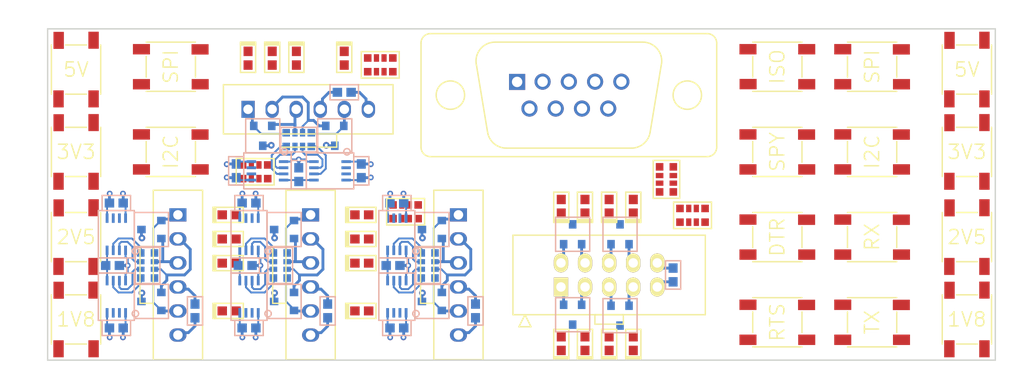
<source format=kicad_pcb>
(kicad_pcb (version 4) (host pcbnew 4.0.6)
  (layers (0 F.Cu signal) (31 B.Cu signal hide) (34 B.Paste user hide) (35 F.Paste user hide) (36 B.SilkS user hide) (37 F.SilkS user) (38 B.Mask user hide) (39 F.Mask user hide) (44 Edge.Cuts user))
  (net 0 "")
  (net 1 DTR_A)
  (net 2 RXD_A)
  (net 3 TXD_A)
  (net 4 ISO_VDD)
  (net 5 CTS_A)
  (net 6 ISO_GND)
  (net 7 DTR_B)
  (net 8 RXD_B)
  (net 9 TXD_B)
  (net 10 VDD)
  (net 11 CTS_B)
  (net 12 GND)
  (net 13 DTR_C)
  (net 14 RXD_C)
  (net 15 TXD_C)
  (net 16 CTS_C)
  (net 17 DTR_D)
  (net 18 RXD_D)
  (net 19 TXD_D)
  (net 20 CTS_D)
  (net 21 5V_SEL_ISO)
  (net 22 3V3_SEL_ISO)
  (net 23 2V5_SEL_ISO)
  (net 24 1V8_SEL_ISO)
  (net 25 5V_SEL)
  (net 26 3V3_SEL)
  (net 27 2V5_SEL)
  (net 28 1V8_SEL)
  (net 29 RX_SEL_ISO)
  (net 30 TR_SEL_ISO)
  (net 31 ISO_SEL_ISO)
  (net 32 I2C_SEL_ISO)
  (net 33 SPI_SEL_ISO)
  (net 34 I2C_SEL)
  (net 35 SPI_SEL)
  (net 36 DTR_SEL)
  (net 37 RTS_SEL)
  (net 38 SPY_SEL)
  (net 39 ISO_3V3)
  (net 40 +3V3)
  (net 41 "Net-(RN1-Pad5)")
  (net 42 "Net-(RN1-Pad6)")
  (net 43 "Net-(RN1-Pad7)")
  (net 44 "Net-(RN1-Pad8)")
  (net 45 "Net-(RN2-Pad5)")
  (net 46 "Net-(RN2-Pad6)")
  (net 47 "Net-(RN2-Pad7)")
  (net 48 "Net-(RN2-Pad8)")
  (net 49 "Net-(RN3-Pad5)")
  (net 50 "Net-(RN3-Pad6)")
  (net 51 "Net-(RN3-Pad7)")
  (net 52 "Net-(RN3-Pad8)")
  (net 53 "Net-(RN4-Pad5)")
  (net 54 "Net-(RN4-Pad6)")
  (net 55 "Net-(RN4-Pad7)")
  (net 56 "Net-(RN4-Pad8)")
  (net 57 "Net-(D9-Pad2)")
  (net 58 "Net-(D10-Pad2)")
  (net 59 "Net-(D11-Pad2)")
  (net 60 "Net-(D12-Pad2)")
  (net 61 "Net-(D13-Pad2)")
  (net 62 "Net-(D14-Pad2)")
  (net 63 "Net-(D15-Pad2)")
  (net 64 "Net-(D16-Pad2)")
  (net 65 "Net-(D17-Pad2)")
  (net 66 "Net-(D18-Pad2)")
  (net 67 "Net-(D19-Pad2)")
  (net 68 "Net-(D20-Pad2)")
  (net 69 "Net-(D21-Pad2)")
  (net 70 "Net-(D22-Pad2)")
  (net 71 "Net-(D23-Pad2)")
  (net 72 "Net-(D24-Pad2)")
  (net 73 DSR_A)
  (net 74 RTS_A)
  (net 75 RI_A)
  (net 76 DCD_A)
  (net 77 "Net-(D29-Pad2)")
  (net 78 "Net-(D30-Pad2)")
  (net 79 "Net-(D31-Pad2)")
  (net 80 "Net-(D32-Pad2)")
  (module pnSwitches:TACTB-64K-F (layer F.Cu) (at 180 77.3 180)
    (fp_text reference SW1)
    (fp_text value 5V (at 0 0 180) (layer F.SilkS) (effects (font (size 1.5 1.5))))
    (pad 1 smd rect (at -1.85 -3.1) (size 1.1 1.8) (layers F.Cu F.Paste F.Mask) (net 21 5V_SEL_ISO))
    (pad 2 smd rect (at 1.834132 3.085338 180) (size 1.1 1.8) (layers F.Cu F.Paste F.Mask) (net 6 ISO_GND))
    (pad 2 smd rect (at 1.85 -3.1) (size 1.1 1.8) (layers F.Cu F.Paste F.Mask) (net 6 ISO_GND))
    (pad 1 smd rect (at -1.85 3.1 180) (size 1.1 1.8) (layers F.Cu F.Paste F.Mask) (net 21 5V_SEL_ISO))
  )
  (module pnSwitches:TACTB-64K-F (layer F.Cu) (at 180 86 180)
    (fp_text reference SW2)
    (fp_text value 3V3 (at 0 0 180) (layer F.SilkS) (effects (font (size 1.5 1.5))))
    (pad 1 smd rect (at -1.85 -3.1) (size 1.1 1.8) (layers F.Cu F.Paste F.Mask) (net 22 3V3_SEL_ISO))
    (pad 2 smd rect (at 1.834132 3.085338 180) (size 1.1 1.8) (layers F.Cu F.Paste F.Mask) (net 6 ISO_GND))
    (pad 2 smd rect (at 1.85 -3.1) (size 1.1 1.8) (layers F.Cu F.Paste F.Mask) (net 6 ISO_GND))
    (pad 1 smd rect (at -1.85 3.1 180) (size 1.1 1.8) (layers F.Cu F.Paste F.Mask) (net 22 3V3_SEL_ISO))
  )
  (module pnSwitches:TACTB-64K-F (layer F.Cu) (at 180 95 180)
    (fp_text reference SW3)
    (fp_text value 2V5 (at 0 0 180) (layer F.SilkS) (effects (font (size 1.5 1.5))))
    (pad 1 smd rect (at -1.85 -3.1) (size 1.1 1.8) (layers F.Cu F.Paste F.Mask) (net 23 2V5_SEL_ISO))
    (pad 2 smd rect (at 1.834132 3.085338 180) (size 1.1 1.8) (layers F.Cu F.Paste F.Mask) (net 6 ISO_GND))
    (pad 2 smd rect (at 1.85 -3.1) (size 1.1 1.8) (layers F.Cu F.Paste F.Mask) (net 6 ISO_GND))
    (pad 1 smd rect (at -1.85 3.1 180) (size 1.1 1.8) (layers F.Cu F.Paste F.Mask) (net 23 2V5_SEL_ISO))
  )
  (module pnSwitches:TACTB-64K-F (layer F.Cu) (at 180 103.7 180)
    (fp_text reference SW4)
    (fp_text value 1V8 (at 0 0 180) (layer F.SilkS) (effects (font (size 1.5 1.5))))
    (pad 1 smd rect (at -1.85 -3.1) (size 1.1 1.8) (layers F.Cu F.Paste F.Mask) (net 24 1V8_SEL_ISO))
    (pad 2 smd rect (at 1.834132 3.085338 180) (size 1.1 1.8) (layers F.Cu F.Paste F.Mask) (net 6 ISO_GND))
    (pad 2 smd rect (at 1.85 -3.1) (size 1.1 1.8) (layers F.Cu F.Paste F.Mask) (net 6 ISO_GND))
    (pad 1 smd rect (at -1.85 3.1 180) (size 1.1 1.8) (layers F.Cu F.Paste F.Mask) (net 24 1V8_SEL_ISO))
  )
  (module pnSwitches:TACTB-64K-F (layer F.Cu) (at 86 77.3 180)
    (fp_text reference SW5)
    (fp_text value 5V (at 0 0 180) (layer F.SilkS) (effects (font (size 1.5 1.5))))
    (pad 1 smd rect (at -1.85 -3.1) (size 1.1 1.8) (layers F.Cu F.Paste F.Mask) (net 25 5V_SEL))
    (pad 2 smd rect (at 1.834132 3.085338 180) (size 1.1 1.8) (layers F.Cu F.Paste F.Mask) (net 12 GND))
    (pad 2 smd rect (at 1.85 -3.1) (size 1.1 1.8) (layers F.Cu F.Paste F.Mask) (net 12 GND))
    (pad 1 smd rect (at -1.85 3.1 180) (size 1.1 1.8) (layers F.Cu F.Paste F.Mask) (net 25 5V_SEL))
  )
  (module pnSwitches:TACTB-64K-F (layer F.Cu) (at 86 86 180)
    (fp_text reference SW6)
    (fp_text value 3V3 (at 0 0 180) (layer F.SilkS) (effects (font (size 1.5 1.5))))
    (pad 1 smd rect (at -1.85 -3.1) (size 1.1 1.8) (layers F.Cu F.Paste F.Mask) (net 26 3V3_SEL))
    (pad 2 smd rect (at 1.834132 3.085338 180) (size 1.1 1.8) (layers F.Cu F.Paste F.Mask) (net 12 GND))
    (pad 2 smd rect (at 1.85 -3.1) (size 1.1 1.8) (layers F.Cu F.Paste F.Mask) (net 12 GND))
    (pad 1 smd rect (at -1.85 3.1 180) (size 1.1 1.8) (layers F.Cu F.Paste F.Mask) (net 26 3V3_SEL))
  )
  (module pnSwitches:TACTB-64K-F (layer F.Cu) (at 86 95 180)
    (fp_text reference SW7)
    (fp_text value 2V5 (at 0 0 180) (layer F.SilkS) (effects (font (size 1.5 1.5))))
    (pad 1 smd rect (at -1.85 -3.1) (size 1.1 1.8) (layers F.Cu F.Paste F.Mask) (net 27 2V5_SEL))
    (pad 2 smd rect (at 1.834132 3.085338 180) (size 1.1 1.8) (layers F.Cu F.Paste F.Mask) (net 12 GND))
    (pad 2 smd rect (at 1.85 -3.1) (size 1.1 1.8) (layers F.Cu F.Paste F.Mask) (net 12 GND))
    (pad 1 smd rect (at -1.85 3.1 180) (size 1.1 1.8) (layers F.Cu F.Paste F.Mask) (net 27 2V5_SEL))
  )
  (module pnSwitches:TACTB-64K-F (layer F.Cu) (at 86 103.7 180)
    (fp_text reference SW8)
    (fp_text value 1V8 (at 0 0 180) (layer F.SilkS) (effects (font (size 1.5 1.5))))
    (pad 1 smd rect (at -1.85 -3.1) (size 1.1 1.8) (layers F.Cu F.Paste F.Mask) (net 28 1V8_SEL))
    (pad 2 smd rect (at 1.834132 3.085338 180) (size 1.1 1.8) (layers F.Cu F.Paste F.Mask) (net 12 GND))
    (pad 2 smd rect (at 1.85 -3.1) (size 1.1 1.8) (layers F.Cu F.Paste F.Mask) (net 12 GND))
    (pad 1 smd rect (at -1.85 3.1 180) (size 1.1 1.8) (layers F.Cu F.Paste F.Mask) (net 28 1V8_SEL))
  )
  (module pnConnector:NIGINI_NCDW-06 (layer F.Cu) (at 110.5 81.5 90)
    (fp_text reference CON2 hide)
    (fp_text value PIN-1x6 hide)
    (pad 1 thru_hole rect (at 0 -6.35 90) (size 1.8 1.4) (drill 1) (layers *.Cu *.Mask) (net 7 DTR_B))
    (pad 2 thru_hole oval (at 0 -3.81 90) (size 1.8 1.4) (drill 1) (layers *.Cu *.Mask) (net 8 RXD_B))
    (pad 3 thru_hole oval (at 0 -1.27 90) (size 1.8 1.4) (drill 1) (layers *.Cu *.Mask) (net 9 TXD_B))
    (pad 4 thru_hole oval (at 0 1.27 90) (size 1.8 1.4) (drill 1) (layers *.Cu *.Mask) (net 10 VDD))
    (pad 5 thru_hole oval (at 0 3.81 90) (size 1.8 1.4) (drill 1) (layers *.Cu *.Mask) (net 11 CTS_B))
    (pad 6 thru_hole oval (at 0 6.35 90) (size 1.8 1.4) (drill 1) (layers *.Cu *.Mask) (net 12 GND))
  )
  (module pnConnector:NIGINI_NCDW-06 (layer F.Cu) (at 126.35 99)
    (fp_text reference CON1 hide)
    (fp_text value PIN-1x6 hide)
    (pad 1 thru_hole rect (at 0 -6.35) (size 1.8 1.4) (drill 1) (layers *.Cu *.Mask) (net 1 DTR_A))
    (pad 2 thru_hole oval (at 0 -3.81) (size 1.8 1.4) (drill 1) (layers *.Cu *.Mask) (net 2 RXD_A))
    (pad 3 thru_hole oval (at 0 -1.27) (size 1.8 1.4) (drill 1) (layers *.Cu *.Mask) (net 3 TXD_A))
    (pad 4 thru_hole oval (at 0 1.27) (size 1.8 1.4) (drill 1) (layers *.Cu *.Mask) (net 4 ISO_VDD))
    (pad 5 thru_hole oval (at 0 3.81) (size 1.8 1.4) (drill 1) (layers *.Cu *.Mask) (net 5 CTS_A))
    (pad 6 thru_hole oval (at 0 6.35) (size 1.8 1.4) (drill 1) (layers *.Cu *.Mask) (net 6 ISO_GND))
  )
  (module niceMechanical:dummy (layer F.Cu) (at 83 108)
    (fp_text reference MECH1)
    (fp_text value dummy)
  )
  (module pnConnector:NIGINI_NCDW-06 (layer F.Cu) (at 110.75 99)
    (fp_text reference CON4 hide)
    (fp_text value PIN-1x6 hide)
    (pad 1 thru_hole rect (at 0 -6.35) (size 1.8 1.4) (drill 1) (layers *.Cu *.Mask) (net 17 DTR_D))
    (pad 2 thru_hole oval (at 0 -3.81) (size 1.8 1.4) (drill 1) (layers *.Cu *.Mask) (net 18 RXD_D))
    (pad 3 thru_hole oval (at 0 -1.27) (size 1.8 1.4) (drill 1) (layers *.Cu *.Mask) (net 19 TXD_D))
    (pad 4 thru_hole oval (at 0 1.27) (size 1.8 1.4) (drill 1) (layers *.Cu *.Mask) (net 10 VDD))
    (pad 5 thru_hole oval (at 0 3.81) (size 1.8 1.4) (drill 1) (layers *.Cu *.Mask) (net 20 CTS_D))
    (pad 6 thru_hole oval (at 0 6.35) (size 1.8 1.4) (drill 1) (layers *.Cu *.Mask) (net 12 GND))
  )
  (module pnIDC:IDC10_a (layer F.Cu) (at 142.25 99)
    (fp_text reference CON6 hide)
    (fp_text value PIN-2x5 hide)
    (pad 1 thru_hole rect (at -5.08 1.27) (size 1.5 2) (drill 1) (layers *.Cu *.Mask F.SilkS) (net 73 DSR_A))
    (pad 3 thru_hole oval (at -2.54 1.27) (size 1.5 2) (drill 1) (layers *.Cu *.Mask F.SilkS) (net 74 RTS_A))
    (pad 5 thru_hole oval (at 0 1.27) (size 1.5 2) (drill 1) (layers *.Cu *.Mask F.SilkS) (net 5 CTS_A))
    (pad 7 thru_hole oval (at 2.54 1.27) (size 1.5 2) (drill 1) (layers *.Cu *.Mask F.SilkS) (net 75 RI_A))
    (pad 9 thru_hole oval (at 5.08 1.27) (size 1.5 2) (drill 1) (layers *.Cu *.Mask F.SilkS) (net 4 ISO_VDD))
    (pad 2 thru_hole oval (at -5.08 -1.27) (size 1.5 2) (drill 1) (layers *.Cu *.Mask F.SilkS) (net 76 DCD_A))
    (pad 4 thru_hole oval (at -2.54 -1.27) (size 1.5 2) (drill 1) (layers *.Cu *.Mask F.SilkS) (net 2 RXD_A))
    (pad 6 thru_hole oval (at 0 -1.27) (size 1.5 2) (drill 1) (layers *.Cu *.Mask F.SilkS) (net 3 TXD_A))
    (pad 8 thru_hole oval (at 2.54 -1.27) (size 1.5 2) (drill 1) (layers *.Cu *.Mask F.SilkS) (net 1 DTR_A))
    (pad 10 thru_hole oval (at 5.08 -1.27) (size 1.5 2) (drill 1) (layers *.Cu *.Mask F.SilkS) (net 6 ISO_GND))
  )
  (module pnConnector:DB9MV (layer F.Cu) (at 138 80)
    (fp_text reference CON5)
    (fp_text value PIN-2x5)
    (pad 1 thru_hole rect (at -5.46 -1.395) (size 1.7 1.7) (drill 1.1) (layers *.Cu *.Mask))
    (pad 2 thru_hole circle (at -2.77 -1.42) (size 1.7 1.7) (drill 1.1) (layers *.Cu *.Mask))
    (pad 3 thru_hole circle (at 0 -1.42) (size 1.7 1.7) (drill 1.1) (layers *.Cu *.Mask))
    (pad 4 thru_hole circle (at 2.77 -1.42) (size 1.7 1.7) (drill 1.1) (layers *.Cu *.Mask))
    (pad 5 thru_hole circle (at 5.54 -1.42) (size 1.7 1.7) (drill 1.1) (layers *.Cu *.Mask))
    (pad 6 thru_hole circle (at -4.155 1.42) (size 1.7 1.7) (drill 1.1) (layers *.Cu *.Mask))
    (pad 7 thru_hole circle (at -1.385 1.42) (size 1.7 1.7) (drill 1.1) (layers *.Cu *.Mask))
    (pad 8 thru_hole circle (at 1.385 1.42) (size 1.7 1.7) (drill 1.1) (layers *.Cu *.Mask))
    (pad 9 thru_hole circle (at 4.155 1.42) (size 1.7 1.7) (drill 1.1) (layers *.Cu *.Mask))
  )
  (module pnConnector:NIGINI_NCDW-06 (layer F.Cu) (at 96.75 99)
    (fp_text reference CON3 hide)
    (fp_text value PIN-1x6 hide)
    (pad 1 thru_hole rect (at 0 -6.35) (size 1.8 1.4) (drill 1) (layers *.Cu *.Mask) (net 13 DTR_C))
    (pad 2 thru_hole oval (at 0 -3.81) (size 1.8 1.4) (drill 1) (layers *.Cu *.Mask) (net 14 RXD_C))
    (pad 3 thru_hole oval (at 0 -1.27) (size 1.8 1.4) (drill 1) (layers *.Cu *.Mask) (net 15 TXD_C))
    (pad 4 thru_hole oval (at 0 1.27) (size 1.8 1.4) (drill 1) (layers *.Cu *.Mask) (net 10 VDD))
    (pad 5 thru_hole oval (at 0 3.81) (size 1.8 1.4) (drill 1) (layers *.Cu *.Mask) (net 16 CTS_C))
    (pad 6 thru_hole oval (at 0 6.35) (size 1.8 1.4) (drill 1) (layers *.Cu *.Mask) (net 12 GND))
  )
  (module pnSwitches:TACTB-64K-F (layer F.Cu) (at 170 95 90)
    (fp_text reference SW9)
    (fp_text value RX (at 0 0 90) (layer F.SilkS) (effects (font (size 1.5 1.5))))
    (pad 1 smd rect (at -1.85 -3.1 270) (size 1.1 1.8) (layers F.Cu F.Paste F.Mask) (net 29 RX_SEL_ISO))
    (pad 2 smd rect (at 1.834132 3.085338 90) (size 1.1 1.8) (layers F.Cu F.Paste F.Mask) (net 6 ISO_GND))
    (pad 2 smd rect (at 1.85 -3.1 270) (size 1.1 1.8) (layers F.Cu F.Paste F.Mask) (net 6 ISO_GND))
    (pad 1 smd rect (at -1.85 3.1 90) (size 1.1 1.8) (layers F.Cu F.Paste F.Mask) (net 29 RX_SEL_ISO))
  )
  (module pnSwitches:TACTB-64K-F (layer F.Cu) (at 170 104 90)
    (fp_text reference SW10)
    (fp_text value TX (at 0 0 90) (layer F.SilkS) (effects (font (size 1.5 1.5))))
    (pad 1 smd rect (at -1.85 -3.1 270) (size 1.1 1.8) (layers F.Cu F.Paste F.Mask) (net 30 TR_SEL_ISO))
    (pad 2 smd rect (at 1.834132 3.085338 90) (size 1.1 1.8) (layers F.Cu F.Paste F.Mask) (net 6 ISO_GND))
    (pad 2 smd rect (at 1.85 -3.1 270) (size 1.1 1.8) (layers F.Cu F.Paste F.Mask) (net 6 ISO_GND))
    (pad 1 smd rect (at -1.85 3.1 90) (size 1.1 1.8) (layers F.Cu F.Paste F.Mask) (net 30 TR_SEL_ISO))
  )
  (module pnSwitches:TACTB-64K-F (layer F.Cu) (at 160 77 270)
    (fp_text reference SW11)
    (fp_text value ISO (at 0 0 270) (layer F.SilkS) (effects (font (size 1.5 1.5))))
    (pad 1 smd rect (at -1.85 -3.1 90) (size 1.1 1.8) (layers F.Cu F.Paste F.Mask) (net 31 ISO_SEL_ISO))
    (pad 2 smd rect (at 1.834132 3.085338 270) (size 1.1 1.8) (layers F.Cu F.Paste F.Mask) (net 6 ISO_GND))
    (pad 2 smd rect (at 1.85 -3.1 90) (size 1.1 1.8) (layers F.Cu F.Paste F.Mask) (net 6 ISO_GND))
    (pad 1 smd rect (at -1.85 3.1 270) (size 1.1 1.8) (layers F.Cu F.Paste F.Mask) (net 31 ISO_SEL_ISO))
  )
  (module pnSwitches:TACTB-64K-F (layer F.Cu) (at 96 86 90)
    (fp_text reference SW12)
    (fp_text value I2C (at 0 0 90) (layer F.SilkS) (effects (font (size 1.5 1.5))))
    (pad 1 smd rect (at -1.85 -3.1 270) (size 1.1 1.8) (layers F.Cu F.Paste F.Mask) (net 32 I2C_SEL_ISO))
    (pad 2 smd rect (at 1.834132 3.085338 90) (size 1.1 1.8) (layers F.Cu F.Paste F.Mask) (net 6 ISO_GND))
    (pad 2 smd rect (at 1.85 -3.1 270) (size 1.1 1.8) (layers F.Cu F.Paste F.Mask) (net 6 ISO_GND))
    (pad 1 smd rect (at -1.85 3.1 90) (size 1.1 1.8) (layers F.Cu F.Paste F.Mask) (net 32 I2C_SEL_ISO))
  )
  (module SOT23-3_N (layer B.Cu) (at 123.55 101.8 270)
    (fp_text reference D2)
    (fp_text value PESD5V2S2UT)
    (pad 1 smd rect (at -0.95 -1.05 270) (size 0.8 0.9) (layers B.Cu B.Paste B.Mask) (net 2 RXD_A))
    (pad 2 smd rect (at 0.95 -1.05 270) (size 0.8 0.9) (layers B.Cu B.Paste B.Mask) (net 5 CTS_A))
    (pad 3 smd rect (at 0 1.05 90) (size 0.8 0.9) (layers B.Cu B.Paste B.Mask) (net 6 ISO_GND))
  )
  (module SOT23-3_N (layer B.Cu) (at 105.7 84.3)
    (fp_text reference D3)
    (fp_text value PESD5V2S2UT)
    (pad 1 smd rect (at -0.95 -1.05) (size 0.8 0.9) (layers B.Cu B.Paste B.Mask) (net 7 DTR_B))
    (pad 2 smd rect (at 0.95 -1.05) (size 0.8 0.9) (layers B.Cu B.Paste B.Mask) (net 9 TXD_B))
    (pad 3 smd rect (at 0 1.05 180) (size 0.8 0.9) (layers B.Cu B.Paste B.Mask) (net 12 GND))
  )
  (module SOT23-3_N (layer B.Cu) (at 113.3 84.3)
    (fp_text reference D4)
    (fp_text value PESD5V2S2UT)
    (pad 1 smd rect (at -0.95 -1.05) (size 0.8 0.9) (layers B.Cu B.Paste B.Mask) (net 8 RXD_B))
    (pad 2 smd rect (at 0.95 -1.05) (size 0.8 0.9) (layers B.Cu B.Paste B.Mask) (net 11 CTS_B))
    (pad 3 smd rect (at 0 1.05 180) (size 0.8 0.9) (layers B.Cu B.Paste B.Mask) (net 12 GND))
  )
  (module SOT23-3_N (layer B.Cu) (at 93.95 94.2 270)
    (fp_text reference D5)
    (fp_text value PESD5V2S2UT)
    (pad 1 smd rect (at -0.95 -1.05 270) (size 0.8 0.9) (layers B.Cu B.Paste B.Mask) (net 13 DTR_C))
    (pad 2 smd rect (at 0.95 -1.05 270) (size 0.8 0.9) (layers B.Cu B.Paste B.Mask) (net 15 TXD_C))
    (pad 3 smd rect (at 0 1.05 90) (size 0.8 0.9) (layers B.Cu B.Paste B.Mask) (net 12 GND))
  )
  (module SOT23-3_N (layer B.Cu) (at 93.95 101.8 270)
    (fp_text reference D6)
    (fp_text value PESD5V2S2UT)
    (pad 1 smd rect (at -0.95 -1.05 270) (size 0.8 0.9) (layers B.Cu B.Paste B.Mask) (net 14 RXD_C))
    (pad 2 smd rect (at 0.95 -1.05 270) (size 0.8 0.9) (layers B.Cu B.Paste B.Mask) (net 16 CTS_C))
    (pad 3 smd rect (at 0 1.05 90) (size 0.8 0.9) (layers B.Cu B.Paste B.Mask) (net 12 GND))
  )
  (module SOT23-3_N (layer B.Cu) (at 107.95 94.2 270)
    (fp_text reference D7)
    (fp_text value PESD5V2S2UT)
    (pad 1 smd rect (at -0.95 -1.05 270) (size 0.8 0.9) (layers B.Cu B.Paste B.Mask) (net 17 DTR_D))
    (pad 2 smd rect (at 0.95 -1.05 270) (size 0.8 0.9) (layers B.Cu B.Paste B.Mask) (net 19 TXD_D))
    (pad 3 smd rect (at 0 1.05 90) (size 0.8 0.9) (layers B.Cu B.Paste B.Mask) (net 12 GND))
  )
  (module SOT23-3_N (layer B.Cu) (at 107.95 101.8 270)
    (fp_text reference D8)
    (fp_text value PESD5V2S2UT)
    (pad 1 smd rect (at -0.95 -1.05 270) (size 0.8 0.9) (layers B.Cu B.Paste B.Mask) (net 18 RXD_D))
    (pad 2 smd rect (at 0.95 -1.05 270) (size 0.8 0.9) (layers B.Cu B.Paste B.Mask) (net 20 CTS_D))
    (pad 3 smd rect (at 0 1.05 90) (size 0.8 0.9) (layers B.Cu B.Paste B.Mask) (net 12 GND))
  )
  (module pnSwitches:TACTB-64K-F (layer F.Cu) (at 170 77 90)
    (fp_text reference SW13)
    (fp_text value SPI (at 0 0 90) (layer F.SilkS) (effects (font (size 1.5 1.5))))
    (pad 1 smd rect (at -1.85 -3.1 270) (size 1.1 1.8) (layers F.Cu F.Paste F.Mask) (net 33 SPI_SEL_ISO))
    (pad 2 smd rect (at 1.834132 3.085338 90) (size 1.1 1.8) (layers F.Cu F.Paste F.Mask) (net 6 ISO_GND))
    (pad 2 smd rect (at 1.85 -3.1 270) (size 1.1 1.8) (layers F.Cu F.Paste F.Mask) (net 6 ISO_GND))
    (pad 1 smd rect (at -1.85 3.1 90) (size 1.1 1.8) (layers F.Cu F.Paste F.Mask) (net 33 SPI_SEL_ISO))
  )
  (module pnSwitches:TACTB-64K-F (layer F.Cu) (at 170 86 90)
    (fp_text reference SW14)
    (fp_text value I2C (at 0 0 90) (layer F.SilkS) (effects (font (size 1.5 1.5))))
    (pad 1 smd rect (at -1.85 -3.1 270) (size 1.1 1.8) (layers F.Cu F.Paste F.Mask) (net 34 I2C_SEL))
    (pad 2 smd rect (at 1.834132 3.085338 90) (size 1.1 1.8) (layers F.Cu F.Paste F.Mask) (net 12 GND))
    (pad 2 smd rect (at 1.85 -3.1 270) (size 1.1 1.8) (layers F.Cu F.Paste F.Mask) (net 12 GND))
    (pad 1 smd rect (at -1.85 3.1 90) (size 1.1 1.8) (layers F.Cu F.Paste F.Mask) (net 34 I2C_SEL))
  )
  (module pnSwitches:TACTB-64K-F (layer F.Cu) (at 96 77 90)
    (fp_text reference SW15)
    (fp_text value SPI (at 0 0 90) (layer F.SilkS) (effects (font (size 1.5 1.5))))
    (pad 1 smd rect (at -1.85 -3.1 270) (size 1.1 1.8) (layers F.Cu F.Paste F.Mask) (net 35 SPI_SEL))
    (pad 2 smd rect (at 1.834132 3.085338 90) (size 1.1 1.8) (layers F.Cu F.Paste F.Mask) (net 12 GND))
    (pad 2 smd rect (at 1.85 -3.1 270) (size 1.1 1.8) (layers F.Cu F.Paste F.Mask) (net 12 GND))
    (pad 1 smd rect (at -1.85 3.1 90) (size 1.1 1.8) (layers F.Cu F.Paste F.Mask) (net 35 SPI_SEL))
  )
  (module pnSwitches:TACTB-64K-F (layer F.Cu) (at 160 95 90)
    (fp_text reference SW16)
    (fp_text value DTR (at 0 0 90) (layer F.SilkS) (effects (font (size 1.5 1.5))))
    (pad 1 smd rect (at -1.85 -3.1 270) (size 1.1 1.8) (layers F.Cu F.Paste F.Mask) (net 36 DTR_SEL))
    (pad 2 smd rect (at 1.834132 3.085338 90) (size 1.1 1.8) (layers F.Cu F.Paste F.Mask) (net 12 GND))
    (pad 2 smd rect (at 1.85 -3.1 270) (size 1.1 1.8) (layers F.Cu F.Paste F.Mask) (net 12 GND))
    (pad 1 smd rect (at -1.85 3.1 90) (size 1.1 1.8) (layers F.Cu F.Paste F.Mask) (net 36 DTR_SEL))
  )
  (module pnSwitches:TACTB-64K-F (layer F.Cu) (at 160 104 90)
    (fp_text reference SW17)
    (fp_text value RTS (at 0 0 90) (layer F.SilkS) (effects (font (size 1.5 1.5))))
    (pad 1 smd rect (at -1.85 -3.1 270) (size 1.1 1.8) (layers F.Cu F.Paste F.Mask) (net 37 RTS_SEL))
    (pad 2 smd rect (at 1.834132 3.085338 90) (size 1.1 1.8) (layers F.Cu F.Paste F.Mask) (net 12 GND))
    (pad 2 smd rect (at 1.85 -3.1 270) (size 1.1 1.8) (layers F.Cu F.Paste F.Mask) (net 12 GND))
    (pad 1 smd rect (at -1.85 3.1 90) (size 1.1 1.8) (layers F.Cu F.Paste F.Mask) (net 37 RTS_SEL))
  )
  (module pnSwitches:TACTB-64K-F (layer F.Cu) (at 160 86 90)
    (fp_text reference SW18)
    (fp_text value SPY (at 0 0 90) (layer F.SilkS) (effects (font (size 1.5 1.5))))
    (pad 1 smd rect (at -1.85 -3.1 270) (size 1.1 1.8) (layers F.Cu F.Paste F.Mask) (net 38 SPY_SEL))
    (pad 2 smd rect (at 1.834132 3.085338 90) (size 1.1 1.8) (layers F.Cu F.Paste F.Mask) (net 12 GND))
    (pad 2 smd rect (at 1.85 -3.1 270) (size 1.1 1.8) (layers F.Cu F.Paste F.Mask) (net 12 GND))
    (pad 1 smd rect (at -1.85 3.1 90) (size 1.1 1.8) (layers F.Cu F.Paste F.Mask) (net 38 SPY_SEL))
  )
  (module niceSemiconductors:TI_SSOP-8_N (layer B.Cu) (at 119.85 94.7 180)
    (fp_text reference U1)
    (fp_text value SN74LVC2T45DCTT)
    (pad 1 smd rect (at -0.975 -1.7 180) (size 0.3 1) (layers B.Cu B.Paste B.Mask) (net 4 ISO_VDD))
    (pad 2 smd rect (at -0.325 -1.7 180) (size 0.3 1) (layers B.Cu B.Paste B.Mask) (net 43 "Net-(RN1-Pad7)"))
    (pad 3 smd rect (at 0.325 -1.7 180) (size 0.3 1) (layers B.Cu B.Paste B.Mask) (net 44 "Net-(RN1-Pad8)"))
    (pad 4 smd rect (at 0.975 -1.7 180) (size 0.3 1) (layers B.Cu B.Paste B.Mask) (net 6 ISO_GND))
    (pad 5 smd rect (at 0.975 1.7) (size 0.3 1) (layers B.Cu B.Paste B.Mask) (net 6 ISO_GND))
    (pad 6 smd rect (at 0.325 1.7) (size 0.3 1) (layers B.Cu B.Paste B.Mask))
    (pad 7 smd rect (at -0.325 1.7) (size 0.3 1) (layers B.Cu B.Paste B.Mask))
    (pad 8 smd rect (at -0.975 1.7) (size 0.3 1) (layers B.Cu B.Paste B.Mask) (net 39 ISO_3V3))
  )
  (module niceSemiconductors:TI_SSOP-8_N (layer B.Cu) (at 119.85 101.3 180)
    (fp_text reference U2)
    (fp_text value SN74LVC2T45DCTT)
    (pad 1 smd rect (at -0.975 -1.7 180) (size 0.3 1) (layers B.Cu B.Paste B.Mask) (net 39 ISO_3V3))
    (pad 2 smd rect (at -0.325 -1.7 180) (size 0.3 1) (layers B.Cu B.Paste B.Mask))
    (pad 3 smd rect (at 0.325 -1.7 180) (size 0.3 1) (layers B.Cu B.Paste B.Mask))
    (pad 4 smd rect (at 0.975 -1.7 180) (size 0.3 1) (layers B.Cu B.Paste B.Mask) (net 6 ISO_GND))
    (pad 5 smd rect (at 0.975 1.7) (size 0.3 1) (layers B.Cu B.Paste B.Mask) (net 6 ISO_GND))
    (pad 6 smd rect (at 0.325 1.7) (size 0.3 1) (layers B.Cu B.Paste B.Mask) (net 41 "Net-(RN1-Pad5)"))
    (pad 7 smd rect (at -0.325 1.7) (size 0.3 1) (layers B.Cu B.Paste B.Mask) (net 42 "Net-(RN1-Pad6)"))
    (pad 8 smd rect (at -0.975 1.7) (size 0.3 1) (layers B.Cu B.Paste B.Mask) (net 4 ISO_VDD))
  )
  (module niceSemiconductors:TI_SSOP-8_N (layer B.Cu) (at 106.2 88 270)
    (fp_text reference U3)
    (fp_text value SN74LVC2T45DCTT)
    (pad 1 smd rect (at -0.975 -1.7 270) (size 0.3 1) (layers B.Cu B.Paste B.Mask) (net 10 VDD))
    (pad 2 smd rect (at -0.325 -1.7 270) (size 0.3 1) (layers B.Cu B.Paste B.Mask) (net 47 "Net-(RN2-Pad7)"))
    (pad 3 smd rect (at 0.325 -1.7 270) (size 0.3 1) (layers B.Cu B.Paste B.Mask) (net 48 "Net-(RN2-Pad8)"))
    (pad 4 smd rect (at 0.975 -1.7 270) (size 0.3 1) (layers B.Cu B.Paste B.Mask) (net 12 GND))
    (pad 5 smd rect (at 0.975 1.7 90) (size 0.3 1) (layers B.Cu B.Paste B.Mask) (net 12 GND))
    (pad 6 smd rect (at 0.325 1.7 90) (size 0.3 1) (layers B.Cu B.Paste B.Mask))
    (pad 7 smd rect (at -0.325 1.7 90) (size 0.3 1) (layers B.Cu B.Paste B.Mask))
    (pad 8 smd rect (at -0.975 1.7 90) (size 0.3 1) (layers B.Cu B.Paste B.Mask) (net 40 +3V3))
  )
  (module niceSemiconductors:TI_SSOP-8_N (layer B.Cu) (at 112.8 88 270)
    (fp_text reference U4)
    (fp_text value SN74LVC2T45DCTT)
    (pad 1 smd rect (at -0.975 -1.7 270) (size 0.3 1) (layers B.Cu B.Paste B.Mask) (net 40 +3V3))
    (pad 2 smd rect (at -0.325 -1.7 270) (size 0.3 1) (layers B.Cu B.Paste B.Mask))
    (pad 3 smd rect (at 0.325 -1.7 270) (size 0.3 1) (layers B.Cu B.Paste B.Mask))
    (pad 4 smd rect (at 0.975 -1.7 270) (size 0.3 1) (layers B.Cu B.Paste B.Mask) (net 12 GND))
    (pad 5 smd rect (at 0.975 1.7 90) (size 0.3 1) (layers B.Cu B.Paste B.Mask) (net 12 GND))
    (pad 6 smd rect (at 0.325 1.7 90) (size 0.3 1) (layers B.Cu B.Paste B.Mask) (net 45 "Net-(RN2-Pad5)"))
    (pad 7 smd rect (at -0.325 1.7 90) (size 0.3 1) (layers B.Cu B.Paste B.Mask) (net 46 "Net-(RN2-Pad6)"))
    (pad 8 smd rect (at -0.975 1.7 90) (size 0.3 1) (layers B.Cu B.Paste B.Mask) (net 10 VDD))
  )
  (module niceSemiconductors:TI_SSOP-8_N (layer B.Cu) (at 90.25 94.7 180)
    (fp_text reference U5)
    (fp_text value SN74LVC2T45DCTT)
    (pad 1 smd rect (at -0.975 -1.7 180) (size 0.3 1) (layers B.Cu B.Paste B.Mask) (net 10 VDD))
    (pad 2 smd rect (at -0.325 -1.7 180) (size 0.3 1) (layers B.Cu B.Paste B.Mask) (net 51 "Net-(RN3-Pad7)"))
    (pad 3 smd rect (at 0.325 -1.7 180) (size 0.3 1) (layers B.Cu B.Paste B.Mask) (net 52 "Net-(RN3-Pad8)"))
    (pad 4 smd rect (at 0.975 -1.7 180) (size 0.3 1) (layers B.Cu B.Paste B.Mask) (net 12 GND))
    (pad 5 smd rect (at 0.975 1.7) (size 0.3 1) (layers B.Cu B.Paste B.Mask) (net 12 GND))
    (pad 6 smd rect (at 0.325 1.7) (size 0.3 1) (layers B.Cu B.Paste B.Mask))
    (pad 7 smd rect (at -0.325 1.7) (size 0.3 1) (layers B.Cu B.Paste B.Mask))
    (pad 8 smd rect (at -0.975 1.7) (size 0.3 1) (layers B.Cu B.Paste B.Mask) (net 40 +3V3))
  )
  (module niceSemiconductors:TI_SSOP-8_N (layer B.Cu) (at 90.25 101.3 180)
    (fp_text reference U6)
    (fp_text value SN74LVC2T45DCTT)
    (pad 1 smd rect (at -0.975 -1.7 180) (size 0.3 1) (layers B.Cu B.Paste B.Mask) (net 40 +3V3))
    (pad 2 smd rect (at -0.325 -1.7 180) (size 0.3 1) (layers B.Cu B.Paste B.Mask))
    (pad 3 smd rect (at 0.325 -1.7 180) (size 0.3 1) (layers B.Cu B.Paste B.Mask))
    (pad 4 smd rect (at 0.975 -1.7 180) (size 0.3 1) (layers B.Cu B.Paste B.Mask) (net 12 GND))
    (pad 5 smd rect (at 0.975 1.7) (size 0.3 1) (layers B.Cu B.Paste B.Mask) (net 12 GND))
    (pad 6 smd rect (at 0.325 1.7) (size 0.3 1) (layers B.Cu B.Paste B.Mask) (net 49 "Net-(RN3-Pad5)"))
    (pad 7 smd rect (at -0.325 1.7) (size 0.3 1) (layers B.Cu B.Paste B.Mask) (net 50 "Net-(RN3-Pad6)"))
    (pad 8 smd rect (at -0.975 1.7) (size 0.3 1) (layers B.Cu B.Paste B.Mask) (net 10 VDD))
  )
  (module niceSemiconductors:TI_SSOP-8_N (layer B.Cu) (at 104.25 94.7 180)
    (fp_text reference U7)
    (fp_text value SN74LVC2T45DCTT)
    (pad 1 smd rect (at -0.975 -1.7 180) (size 0.3 1) (layers B.Cu B.Paste B.Mask) (net 10 VDD))
    (pad 2 smd rect (at -0.325 -1.7 180) (size 0.3 1) (layers B.Cu B.Paste B.Mask) (net 55 "Net-(RN4-Pad7)"))
    (pad 3 smd rect (at 0.325 -1.7 180) (size 0.3 1) (layers B.Cu B.Paste B.Mask) (net 56 "Net-(RN4-Pad8)"))
    (pad 4 smd rect (at 0.975 -1.7 180) (size 0.3 1) (layers B.Cu B.Paste B.Mask) (net 12 GND))
    (pad 5 smd rect (at 0.975 1.7) (size 0.3 1) (layers B.Cu B.Paste B.Mask) (net 12 GND))
    (pad 6 smd rect (at 0.325 1.7) (size 0.3 1) (layers B.Cu B.Paste B.Mask))
    (pad 7 smd rect (at -0.325 1.7) (size 0.3 1) (layers B.Cu B.Paste B.Mask))
    (pad 8 smd rect (at -0.975 1.7) (size 0.3 1) (layers B.Cu B.Paste B.Mask) (net 40 +3V3))
  )
  (module niceSemiconductors:TI_SSOP-8_N (layer B.Cu) (at 104.25 101.3 180)
    (fp_text reference U8)
    (fp_text value SN74LVC2T45DCTT)
    (pad 1 smd rect (at -0.975 -1.7 180) (size 0.3 1) (layers B.Cu B.Paste B.Mask) (net 40 +3V3))
    (pad 2 smd rect (at -0.325 -1.7 180) (size 0.3 1) (layers B.Cu B.Paste B.Mask))
    (pad 3 smd rect (at 0.325 -1.7 180) (size 0.3 1) (layers B.Cu B.Paste B.Mask))
    (pad 4 smd rect (at 0.975 -1.7 180) (size 0.3 1) (layers B.Cu B.Paste B.Mask) (net 12 GND))
    (pad 5 smd rect (at 0.975 1.7) (size 0.3 1) (layers B.Cu B.Paste B.Mask) (net 12 GND))
    (pad 6 smd rect (at 0.325 1.7) (size 0.3 1) (layers B.Cu B.Paste B.Mask) (net 53 "Net-(RN4-Pad5)"))
    (pad 7 smd rect (at -0.325 1.7) (size 0.3 1) (layers B.Cu B.Paste B.Mask) (net 54 "Net-(RN4-Pad6)"))
    (pad 8 smd rect (at -0.975 1.7) (size 0.3 1) (layers B.Cu B.Paste B.Mask) (net 10 VDD))
  )
  (module SOT23-3_N (layer B.Cu) (at 123.55 94.2 270)
    (fp_text reference D1)
    (fp_text value PESD5V2S2UT)
    (pad 1 smd rect (at -0.95 -1.05 270) (size 0.8 0.9) (layers B.Cu B.Paste B.Mask) (net 1 DTR_A))
    (pad 2 smd rect (at 0.95 -1.05 270) (size 0.8 0.9) (layers B.Cu B.Paste B.Mask) (net 3 TXD_A))
    (pad 3 smd rect (at 0 1.05 90) (size 0.8 0.9) (layers B.Cu B.Paste B.Mask) (net 6 ISO_GND))
  )
  (module pnRLC:4x0603_N (layer B.Cu) (at 93.55 98 270)
    (fp_text reference RN3)
    (fp_text value R)
    (pad 1 smd rect (at -1.325 -0.725 270) (size 0.8 0.8) (layers B.Cu B.Paste B.Mask) (net 13 DTR_C))
    (pad 2 smd rect (at -0.4 -0.725 270) (size 0.55 0.8) (layers B.Cu B.Paste B.Mask) (net 15 TXD_C))
    (pad 3 smd rect (at 0.4 -0.725 270) (size 0.55 0.8) (layers B.Cu B.Paste B.Mask) (net 14 RXD_C))
    (pad 4 smd rect (at 1.325 -0.725 270) (size 0.8 0.8) (layers B.Cu B.Paste B.Mask) (net 16 CTS_C))
    (pad 5 smd rect (at 1.325 0.725 90) (size 0.8 0.8) (layers B.Cu B.Paste B.Mask) (net 49 "Net-(RN3-Pad5)"))
    (pad 6 smd rect (at 0.4 0.725 90) (size 0.55 0.8) (layers B.Cu B.Paste B.Mask) (net 50 "Net-(RN3-Pad6)"))
    (pad 7 smd rect (at -0.4 0.725 90) (size 0.55 0.8) (layers B.Cu B.Paste B.Mask) (net 51 "Net-(RN3-Pad7)"))
    (pad 8 smd rect (at -1.325 0.725 90) (size 0.8 0.8) (layers B.Cu B.Paste B.Mask) (net 52 "Net-(RN3-Pad8)"))
  )
  (module 0603_N (layer B.Cu) (at 89.85 98 180)
    (fp_text reference C1)
    (fp_text value 100n)
    (pad 1 smd rect (at -0.725 0 180) (size 1 0.95) (layers B.Cu B.Paste B.Mask) (net 10 VDD))
    (pad 2 smd rect (at 0.725 0 180) (size 1 0.95) (layers B.Cu B.Paste B.Mask) (net 12 GND))
  )
  (module 0603_N (layer B.Cu) (at 90.25 91.4 180)
    (fp_text reference C2)
    (fp_text value 100n)
    (pad 1 smd rect (at -0.725 0 180) (size 1 0.95) (layers B.Cu B.Paste B.Mask) (net 40 +3V3))
    (pad 2 smd rect (at 0.725 0 180) (size 1 0.95) (layers B.Cu B.Paste B.Mask) (net 12 GND))
  )
  (module 0603_N (layer B.Cu) (at 90.25 104.6 180)
    (fp_text reference C3)
    (fp_text value 100n)
    (pad 1 smd rect (at -0.725 0 180) (size 1 0.95) (layers B.Cu B.Paste B.Mask) (net 40 +3V3))
    (pad 2 smd rect (at 0.725 0 180) (size 1 0.95) (layers B.Cu B.Paste B.Mask) (net 12 GND))
  )
  (module 0603_N (layer B.Cu) (at 119.45 98 180)
    (fp_text reference C4)
    (fp_text value 100n)
    (pad 1 smd rect (at -0.725 0 180) (size 1 0.95) (layers B.Cu B.Paste B.Mask) (net 4 ISO_VDD))
    (pad 2 smd rect (at 0.725 0 180) (size 1 0.95) (layers B.Cu B.Paste B.Mask) (net 6 ISO_GND))
  )
  (module 0603_N (layer B.Cu) (at 128.15 102.8 270)
    (fp_text reference C5)
    (fp_text value 100n)
    (pad 1 smd rect (at -0.725 0 270) (size 1 0.95) (layers B.Cu B.Paste B.Mask) (net 4 ISO_VDD))
    (pad 2 smd rect (at 0.725 0 270) (size 1 0.95) (layers B.Cu B.Paste B.Mask) (net 6 ISO_GND))
  )
  (module 0603_N (layer B.Cu) (at 119.85 104.6 180)
    (fp_text reference C6)
    (fp_text value 100n)
    (pad 1 smd rect (at -0.725 0 180) (size 1 0.95) (layers B.Cu B.Paste B.Mask) (net 39 ISO_3V3))
    (pad 2 smd rect (at 0.725 0 180) (size 1 0.95) (layers B.Cu B.Paste B.Mask) (net 6 ISO_GND))
  )
  (module 0603_N (layer B.Cu) (at 119.85 91.4 180)
    (fp_text reference C7)
    (fp_text value 100n)
    (pad 1 smd rect (at -0.725 0 180) (size 1 0.95) (layers B.Cu B.Paste B.Mask) (net 39 ISO_3V3))
    (pad 2 smd rect (at 0.725 0 180) (size 1 0.95) (layers B.Cu B.Paste B.Mask) (net 6 ISO_GND))
  )
  (module 0603_N (layer B.Cu) (at 109.5 88.4 270)
    (fp_text reference C8)
    (fp_text value 100n)
    (pad 1 smd rect (at -0.725 0 270) (size 1 0.95) (layers B.Cu B.Paste B.Mask) (net 10 VDD))
    (pad 2 smd rect (at 0.725 0 270) (size 1 0.95) (layers B.Cu B.Paste B.Mask) (net 12 GND))
  )
  (module 0603_N (layer B.Cu) (at 114.3 79.7)
    (fp_text reference C9)
    (fp_text value 100n)
    (pad 1 smd rect (at -0.725 0) (size 1 0.95) (layers B.Cu B.Paste B.Mask) (net 10 VDD))
    (pad 2 smd rect (at 0.725 0) (size 1 0.95) (layers B.Cu B.Paste B.Mask) (net 12 GND))
  )
  (module 0603_N (layer B.Cu) (at 116.1 88 270)
    (fp_text reference C10)
    (fp_text value 100n)
    (pad 1 smd rect (at -0.725 0 270) (size 1 0.95) (layers B.Cu B.Paste B.Mask) (net 40 +3V3))
    (pad 2 smd rect (at 0.725 0 270) (size 1 0.95) (layers B.Cu B.Paste B.Mask) (net 12 GND))
  )
  (module 0603_N (layer B.Cu) (at 102.9 88 270)
    (fp_text reference C11)
    (fp_text value 100n)
    (pad 1 smd rect (at -0.725 0 270) (size 1 0.95) (layers B.Cu B.Paste B.Mask) (net 40 +3V3))
    (pad 2 smd rect (at 0.725 0 270) (size 1 0.95) (layers B.Cu B.Paste B.Mask) (net 12 GND))
  )
  (module 0603_N (layer B.Cu) (at 98.55 102.8 270)
    (fp_text reference C12)
    (fp_text value 100n)
    (pad 1 smd rect (at -0.725 0 270) (size 1 0.95) (layers B.Cu B.Paste B.Mask) (net 10 VDD))
    (pad 2 smd rect (at 0.725 0 270) (size 1 0.95) (layers B.Cu B.Paste B.Mask) (net 12 GND))
  )
  (module 0603_N (layer B.Cu) (at 103.85 98 180)
    (fp_text reference C13)
    (fp_text value 100n)
    (pad 1 smd rect (at -0.725 0 180) (size 1 0.95) (layers B.Cu B.Paste B.Mask) (net 10 VDD))
    (pad 2 smd rect (at 0.725 0 180) (size 1 0.95) (layers B.Cu B.Paste B.Mask) (net 12 GND))
  )
  (module 0603_N (layer B.Cu) (at 112.55 102.8 270)
    (fp_text reference C14)
    (fp_text value 100n)
    (pad 1 smd rect (at -0.725 0 270) (size 1 0.95) (layers B.Cu B.Paste B.Mask) (net 10 VDD))
    (pad 2 smd rect (at 0.725 0 270) (size 1 0.95) (layers B.Cu B.Paste B.Mask) (net 12 GND))
  )
  (module 0603_N (layer B.Cu) (at 104.25 104.6 180)
    (fp_text reference C15)
    (fp_text value 100n)
    (pad 1 smd rect (at -0.725 0 180) (size 1 0.95) (layers B.Cu B.Paste B.Mask) (net 40 +3V3))
    (pad 2 smd rect (at 0.725 0 180) (size 1 0.95) (layers B.Cu B.Paste B.Mask) (net 12 GND))
  )
  (module 0603_N (layer B.Cu) (at 104.25 91.4 180)
    (fp_text reference C16)
    (fp_text value 100n)
    (pad 1 smd rect (at -0.725 0 180) (size 1 0.95) (layers B.Cu B.Paste B.Mask) (net 40 +3V3))
    (pad 2 smd rect (at 0.725 0 180) (size 1 0.95) (layers B.Cu B.Paste B.Mask) (net 12 GND))
  )
  (module pnRLC:4x0603_N (layer B.Cu) (at 123.15 98 270)
    (fp_text reference RN1)
    (fp_text value R)
    (pad 1 smd rect (at -1.325 -0.725 270) (size 0.8 0.8) (layers B.Cu B.Paste B.Mask) (net 1 DTR_A))
    (pad 2 smd rect (at -0.4 -0.725 270) (size 0.55 0.8) (layers B.Cu B.Paste B.Mask) (net 3 TXD_A))
    (pad 3 smd rect (at 0.4 -0.725 270) (size 0.55 0.8) (layers B.Cu B.Paste B.Mask) (net 2 RXD_A))
    (pad 4 smd rect (at 1.325 -0.725 270) (size 0.8 0.8) (layers B.Cu B.Paste B.Mask) (net 5 CTS_A))
    (pad 5 smd rect (at 1.325 0.725 90) (size 0.8 0.8) (layers B.Cu B.Paste B.Mask) (net 41 "Net-(RN1-Pad5)"))
    (pad 6 smd rect (at 0.4 0.725 90) (size 0.55 0.8) (layers B.Cu B.Paste B.Mask) (net 42 "Net-(RN1-Pad6)"))
    (pad 7 smd rect (at -0.4 0.725 90) (size 0.55 0.8) (layers B.Cu B.Paste B.Mask) (net 43 "Net-(RN1-Pad7)"))
    (pad 8 smd rect (at -1.325 0.725 90) (size 0.8 0.8) (layers B.Cu B.Paste B.Mask) (net 44 "Net-(RN1-Pad8)"))
  )
  (module pnRLC:4x0603_N (layer B.Cu) (at 109.5 84.7)
    (fp_text reference RN2)
    (fp_text value R)
    (pad 1 smd rect (at -1.325 -0.725) (size 0.8 0.8) (layers B.Cu B.Paste B.Mask) (net 7 DTR_B))
    (pad 2 smd rect (at -0.4 -0.725) (size 0.55 0.8) (layers B.Cu B.Paste B.Mask) (net 9 TXD_B))
    (pad 3 smd rect (at 0.4 -0.725) (size 0.55 0.8) (layers B.Cu B.Paste B.Mask) (net 8 RXD_B))
    (pad 4 smd rect (at 1.325 -0.725) (size 0.8 0.8) (layers B.Cu B.Paste B.Mask) (net 11 CTS_B))
    (pad 5 smd rect (at 1.325 0.725 180) (size 0.8 0.8) (layers B.Cu B.Paste B.Mask) (net 45 "Net-(RN2-Pad5)"))
    (pad 6 smd rect (at 0.4 0.725 180) (size 0.55 0.8) (layers B.Cu B.Paste B.Mask) (net 46 "Net-(RN2-Pad6)"))
    (pad 7 smd rect (at -0.4 0.725 180) (size 0.55 0.8) (layers B.Cu B.Paste B.Mask) (net 47 "Net-(RN2-Pad7)"))
    (pad 8 smd rect (at -1.325 0.725 180) (size 0.8 0.8) (layers B.Cu B.Paste B.Mask) (net 48 "Net-(RN2-Pad8)"))
  )
  (module pnRLC:4x0603_N (layer B.Cu) (at 107.55 98 270)
    (fp_text reference RN4)
    (fp_text value R)
    (pad 1 smd rect (at -1.325 -0.725 270) (size 0.8 0.8) (layers B.Cu B.Paste B.Mask) (net 17 DTR_D))
    (pad 2 smd rect (at -0.4 -0.725 270) (size 0.55 0.8) (layers B.Cu B.Paste B.Mask) (net 19 TXD_D))
    (pad 3 smd rect (at 0.4 -0.725 270) (size 0.55 0.8) (layers B.Cu B.Paste B.Mask) (net 18 RXD_D))
    (pad 4 smd rect (at 1.325 -0.725 270) (size 0.8 0.8) (layers B.Cu B.Paste B.Mask) (net 20 CTS_D))
    (pad 5 smd rect (at 1.325 0.725 90) (size 0.8 0.8) (layers B.Cu B.Paste B.Mask) (net 53 "Net-(RN4-Pad5)"))
    (pad 6 smd rect (at 0.4 0.725 90) (size 0.55 0.8) (layers B.Cu B.Paste B.Mask) (net 54 "Net-(RN4-Pad6)"))
    (pad 7 smd rect (at -0.4 0.725 90) (size 0.55 0.8) (layers B.Cu B.Paste B.Mask) (net 55 "Net-(RN4-Pad7)"))
    (pad 8 smd rect (at -1.325 0.725 90) (size 0.8 0.8) (layers B.Cu B.Paste B.Mask) (net 56 "Net-(RN4-Pad8)"))
  )
  (module 4x0603_N (layer F.Cu) (at 118.1 76.8)
    (fp_text reference RN5)
    (fp_text value R)
    (pad 1 smd rect (at -1.325 0.725) (size 0.8 0.8) (layers F.Cu F.Paste F.Mask))
    (pad 2 smd rect (at -0.4 0.725) (size 0.55 0.8) (layers F.Cu F.Paste F.Mask))
    (pad 3 smd rect (at 0.4 0.725) (size 0.55 0.8) (layers F.Cu F.Paste F.Mask))
    (pad 4 smd rect (at 1.325 0.725) (size 0.8 0.8) (layers F.Cu F.Paste F.Mask))
    (pad 5 smd rect (at 1.325 -0.725 180) (size 0.8 0.8) (layers F.Cu F.Paste F.Mask) (net 61 "Net-(D13-Pad2)"))
    (pad 6 smd rect (at 0.4 -0.725 180) (size 0.55 0.8) (layers F.Cu F.Paste F.Mask) (net 62 "Net-(D14-Pad2)"))
    (pad 7 smd rect (at -0.4 -0.725 180) (size 0.55 0.8) (layers F.Cu F.Paste F.Mask) (net 63 "Net-(D15-Pad2)"))
    (pad 8 smd rect (at -1.325 -0.725 180) (size 0.8 0.8) (layers F.Cu F.Paste F.Mask) (net 64 "Net-(D16-Pad2)"))
  )
  (module 4x0603_N (layer F.Cu) (at 104.9 88.1 180)
    (fp_text reference RN6)
    (fp_text value R)
    (pad 1 smd rect (at -1.325 0.725 180) (size 0.8 0.8) (layers F.Cu F.Paste F.Mask))
    (pad 2 smd rect (at -0.4 0.725 180) (size 0.55 0.8) (layers F.Cu F.Paste F.Mask))
    (pad 3 smd rect (at 0.4 0.725 180) (size 0.55 0.8) (layers F.Cu F.Paste F.Mask))
    (pad 4 smd rect (at 1.325 0.725 180) (size 0.8 0.8) (layers F.Cu F.Paste F.Mask))
    (pad 5 smd rect (at 1.325 -0.725) (size 0.8 0.8) (layers F.Cu F.Paste F.Mask) (net 65 "Net-(D17-Pad2)"))
    (pad 6 smd rect (at 0.4 -0.725) (size 0.55 0.8) (layers F.Cu F.Paste F.Mask) (net 66 "Net-(D18-Pad2)"))
    (pad 7 smd rect (at -0.4 -0.725) (size 0.55 0.8) (layers F.Cu F.Paste F.Mask) (net 67 "Net-(D19-Pad2)"))
    (pad 8 smd rect (at -1.325 -0.725) (size 0.8 0.8) (layers F.Cu F.Paste F.Mask) (net 68 "Net-(D20-Pad2)"))
  )
  (module 4x0603_N (layer F.Cu) (at 120.775 92.325 180)
    (fp_text reference RN7)
    (fp_text value R)
    (pad 1 smd rect (at -1.325 0.725 180) (size 0.8 0.8) (layers F.Cu F.Paste F.Mask))
    (pad 2 smd rect (at -0.4 0.725 180) (size 0.55 0.8) (layers F.Cu F.Paste F.Mask))
    (pad 3 smd rect (at 0.4 0.725 180) (size 0.55 0.8) (layers F.Cu F.Paste F.Mask))
    (pad 4 smd rect (at 1.325 0.725 180) (size 0.8 0.8) (layers F.Cu F.Paste F.Mask))
    (pad 5 smd rect (at 1.325 -0.725) (size 0.8 0.8) (layers F.Cu F.Paste F.Mask) (net 69 "Net-(D21-Pad2)"))
    (pad 6 smd rect (at 0.4 -0.725) (size 0.55 0.8) (layers F.Cu F.Paste F.Mask) (net 70 "Net-(D22-Pad2)"))
    (pad 7 smd rect (at -0.4 -0.725) (size 0.55 0.8) (layers F.Cu F.Paste F.Mask) (net 71 "Net-(D23-Pad2)"))
    (pad 8 smd rect (at -1.325 -0.725) (size 0.8 0.8) (layers F.Cu F.Paste F.Mask) (net 72 "Net-(D24-Pad2)"))
  )
  (module pnSemiconductor:LED0603_R (layer F.Cu) (at 116.15 102.8 180)
    (fp_text reference D24)
    (fp_text value CTS)
    (pad 2 smd rect (at -0.725 0 180) (size 1 0.95) (layers F.Cu F.Paste F.Mask) (net 72 "Net-(D24-Pad2)"))
    (pad 1 smd rect (at 0.725 0 180) (size 1 0.95) (layers F.Cu F.Paste F.Mask) (net 12 GND))
  )
  (module pnSemiconductor:LED0603_R (layer F.Cu) (at 116.15 97.75 180)
    (fp_text reference D23)
    (fp_text value TXD)
    (pad 2 smd rect (at -0.725 0 180) (size 1 0.95) (layers F.Cu F.Paste F.Mask) (net 71 "Net-(D23-Pad2)"))
    (pad 1 smd rect (at 0.725 0 180) (size 1 0.95) (layers F.Cu F.Paste F.Mask) (net 12 GND))
  )
  (module pnSemiconductor:LED0603_R (layer F.Cu) (at 116.15 95.2 180)
    (fp_text reference D22)
    (fp_text value RXD)
    (pad 2 smd rect (at -0.725 0 180) (size 1 0.95) (layers F.Cu F.Paste F.Mask) (net 70 "Net-(D22-Pad2)"))
    (pad 1 smd rect (at 0.725 0 180) (size 1 0.95) (layers F.Cu F.Paste F.Mask) (net 12 GND))
  )
  (module pnSemiconductor:LED0603_R (layer F.Cu) (at 116.15 92.65 180)
    (fp_text reference D21)
    (fp_text value DTR)
    (pad 2 smd rect (at -0.725 0 180) (size 1 0.95) (layers F.Cu F.Paste F.Mask) (net 69 "Net-(D21-Pad2)"))
    (pad 1 smd rect (at 0.725 0 180) (size 1 0.95) (layers F.Cu F.Paste F.Mask) (net 12 GND))
  )
  (module pnSemiconductor:LED0603_R (layer F.Cu) (at 102.15 102.8 180)
    (fp_text reference D20)
    (fp_text value CTS)
    (pad 2 smd rect (at -0.725 0 180) (size 1 0.95) (layers F.Cu F.Paste F.Mask) (net 68 "Net-(D20-Pad2)"))
    (pad 1 smd rect (at 0.725 0 180) (size 1 0.95) (layers F.Cu F.Paste F.Mask) (net 12 GND))
  )
  (module pnSemiconductor:LED0603_R (layer F.Cu) (at 102.15 97.75 180)
    (fp_text reference D19)
    (fp_text value TXD)
    (pad 2 smd rect (at -0.725 0 180) (size 1 0.95) (layers F.Cu F.Paste F.Mask) (net 67 "Net-(D19-Pad2)"))
    (pad 1 smd rect (at 0.725 0 180) (size 1 0.95) (layers F.Cu F.Paste F.Mask) (net 12 GND))
  )
  (module pnSemiconductor:LED0603_R (layer F.Cu) (at 102.15 95.2 180)
    (fp_text reference D18)
    (fp_text value RXD)
    (pad 2 smd rect (at -0.725 0 180) (size 1 0.95) (layers F.Cu F.Paste F.Mask) (net 66 "Net-(D18-Pad2)"))
    (pad 1 smd rect (at 0.725 0 180) (size 1 0.95) (layers F.Cu F.Paste F.Mask) (net 12 GND))
  )
  (module pnSemiconductor:LED0603_R (layer F.Cu) (at 102.15 92.65 180)
    (fp_text reference D17)
    (fp_text value DTR)
    (pad 2 smd rect (at -0.725 0 180) (size 1 0.95) (layers F.Cu F.Paste F.Mask) (net 65 "Net-(D17-Pad2)"))
    (pad 1 smd rect (at 0.725 0 180) (size 1 0.95) (layers F.Cu F.Paste F.Mask) (net 12 GND))
  )
  (module pnSemiconductor:LED0603_R (layer F.Cu) (at 114.3 76.1 90)
    (fp_text reference D16)
    (fp_text value CTS)
    (pad 2 smd rect (at -0.725 0 90) (size 1 0.95) (layers F.Cu F.Paste F.Mask) (net 64 "Net-(D16-Pad2)"))
    (pad 1 smd rect (at 0.725 0 90) (size 1 0.95) (layers F.Cu F.Paste F.Mask) (net 12 GND))
  )
  (module pnSemiconductor:LED0603_R (layer F.Cu) (at 109.25 76.1 90)
    (fp_text reference D15)
    (fp_text value TXD)
    (pad 2 smd rect (at -0.725 0 90) (size 1 0.95) (layers F.Cu F.Paste F.Mask) (net 63 "Net-(D15-Pad2)"))
    (pad 1 smd rect (at 0.725 0 90) (size 1 0.95) (layers F.Cu F.Paste F.Mask) (net 12 GND))
  )
  (module pnSemiconductor:LED0603_R (layer F.Cu) (at 106.7 76.1 90)
    (fp_text reference D14)
    (fp_text value RXD)
    (pad 2 smd rect (at -0.725 0 90) (size 1 0.95) (layers F.Cu F.Paste F.Mask) (net 62 "Net-(D14-Pad2)"))
    (pad 1 smd rect (at 0.725 0 90) (size 1 0.95) (layers F.Cu F.Paste F.Mask) (net 12 GND))
  )
  (module pnSemiconductor:LED0603_R (layer F.Cu) (at 104.15 76.1 90)
    (fp_text reference D13)
    (fp_text value DTR)
    (pad 2 smd rect (at -0.725 0 90) (size 1 0.95) (layers F.Cu F.Paste F.Mask) (net 61 "Net-(D13-Pad2)"))
    (pad 1 smd rect (at 0.725 0 90) (size 1 0.95) (layers F.Cu F.Paste F.Mask) (net 12 GND))
  )
  (module pnSemiconductor:LED0603_R (layer F.Cu) (at 142.25 106.25 270)
    (fp_text reference D12)
    (fp_text value CTS)
    (pad 2 smd rect (at -0.725 0 270) (size 1 0.95) (layers F.Cu F.Paste F.Mask) (net 60 "Net-(D12-Pad2)"))
    (pad 1 smd rect (at 0.725 0 270) (size 1 0.95) (layers F.Cu F.Paste F.Mask) (net 12 GND))
  )
  (module pnSemiconductor:LED0603_R (layer F.Cu) (at 142.25 91.75 270)
    (fp_text reference D11)
    (fp_text value TXD)
    (pad 2 smd rect (at -0.725 0 270) (size 1 0.95) (layers F.Cu F.Paste F.Mask) (net 59 "Net-(D11-Pad2)"))
    (pad 1 smd rect (at 0.725 0 270) (size 1 0.95) (layers F.Cu F.Paste F.Mask) (net 12 GND))
  )
  (module pnSemiconductor:LED0603_R (layer F.Cu) (at 139.7 91.75 270)
    (fp_text reference D10)
    (fp_text value RXD)
    (pad 2 smd rect (at -0.725 0 270) (size 1 0.95) (layers F.Cu F.Paste F.Mask) (net 58 "Net-(D10-Pad2)"))
    (pad 1 smd rect (at 0.725 0 270) (size 1 0.95) (layers F.Cu F.Paste F.Mask) (net 12 GND))
  )
  (module pnSemiconductor:LED0603_R (layer F.Cu) (at 144.8 91.75 270)
    (fp_text reference D9)
    (fp_text value DTR)
    (pad 2 smd rect (at -0.725 0 270) (size 1 0.95) (layers F.Cu F.Paste F.Mask) (net 57 "Net-(D9-Pad2)"))
    (pad 1 smd rect (at 0.725 0 270) (size 1 0.95) (layers F.Cu F.Paste F.Mask) (net 12 GND))
  )
  (module 0603_N (layer B.Cu) (at 149 99 90)
    (fp_text reference C17)
    (fp_text value 100n)
    (pad 1 smd rect (at -0.725 0 90) (size 1 0.95) (layers B.Cu B.Paste B.Mask) (net 4 ISO_VDD))
    (pad 2 smd rect (at 0.725 0 90) (size 1 0.95) (layers B.Cu B.Paste B.Mask) (net 6 ISO_GND))
  )
  (module SOT23-3_N (layer B.Cu) (at 138.4 103.2)
    (fp_text reference D25)
    (fp_text value PESD5V2S2UT)
    (pad 1 smd rect (at -0.95 -1.05) (size 0.8 0.9) (layers B.Cu B.Paste B.Mask) (net 73 DSR_A))
    (pad 2 smd rect (at 0.95 -1.05) (size 0.8 0.9) (layers B.Cu B.Paste B.Mask) (net 74 RTS_A))
    (pad 3 smd rect (at 0 1.05 180) (size 0.8 0.9) (layers B.Cu B.Paste B.Mask) (net 6 ISO_GND))
  )
  (module SOT23-3_N (layer B.Cu) (at 143.4 103.3)
    (fp_text reference D26)
    (fp_text value PESD5V2S2UT)
    (pad 1 smd rect (at -0.95 -1.05) (size 0.8 0.9) (layers B.Cu B.Paste B.Mask) (net 5 CTS_A))
    (pad 2 smd rect (at 0.95 -1.05) (size 0.8 0.9) (layers B.Cu B.Paste B.Mask) (net 75 RI_A))
    (pad 3 smd rect (at 0 1.05 180) (size 0.8 0.9) (layers B.Cu B.Paste B.Mask) (net 6 ISO_GND))
  )
  (module SOT23-3_N (layer B.Cu) (at 143.4 94.7 180)
    (fp_text reference D27)
    (fp_text value PESD5V2S2UT)
    (pad 1 smd rect (at -0.95 -1.05 180) (size 0.8 0.9) (layers B.Cu B.Paste B.Mask) (net 1 DTR_A))
    (pad 2 smd rect (at 0.95 -1.05 180) (size 0.8 0.9) (layers B.Cu B.Paste B.Mask) (net 3 TXD_A))
    (pad 3 smd rect (at 0 1.05) (size 0.8 0.9) (layers B.Cu B.Paste B.Mask) (net 6 ISO_GND))
  )
  (module SOT23-3_N (layer B.Cu) (at 138.4 94.7 180)
    (fp_text reference D28)
    (fp_text value PESD5V2S2UT)
    (pad 1 smd rect (at -0.95 -1.05 180) (size 0.8 0.9) (layers B.Cu B.Paste B.Mask) (net 2 RXD_A))
    (pad 2 smd rect (at 0.95 -1.05 180) (size 0.8 0.9) (layers B.Cu B.Paste B.Mask) (net 76 DCD_A))
    (pad 3 smd rect (at 0 1.05) (size 0.8 0.9) (layers B.Cu B.Paste B.Mask) (net 6 ISO_GND))
  )
  (module pnSemiconductor:LED0603_R (layer F.Cu) (at 137.2 106.25 270)
    (fp_text reference D29)
    (fp_text value DSR)
    (pad 2 smd rect (at -0.725 0 270) (size 1 0.95) (layers F.Cu F.Paste F.Mask) (net 77 "Net-(D29-Pad2)"))
    (pad 1 smd rect (at 0.725 0 270) (size 1 0.95) (layers F.Cu F.Paste F.Mask) (net 12 GND))
  )
  (module pnSemiconductor:LED0603_R (layer F.Cu) (at 139.7 106.25 270)
    (fp_text reference D30)
    (fp_text value RTS)
    (pad 2 smd rect (at -0.725 0 270) (size 1 0.95) (layers F.Cu F.Paste F.Mask) (net 78 "Net-(D30-Pad2)"))
    (pad 1 smd rect (at 0.725 0 270) (size 1 0.95) (layers F.Cu F.Paste F.Mask) (net 12 GND))
  )
  (module pnSemiconductor:LED0603_R (layer F.Cu) (at 144.8 106.25 270)
    (fp_text reference D31)
    (fp_text value RI)
    (pad 2 smd rect (at -0.725 0 270) (size 1 0.95) (layers F.Cu F.Paste F.Mask) (net 79 "Net-(D31-Pad2)"))
    (pad 1 smd rect (at 0.725 0 270) (size 1 0.95) (layers F.Cu F.Paste F.Mask) (net 12 GND))
  )
  (module pnSemiconductor:LED0603_R (layer F.Cu) (at 137.2 91.75 270)
    (fp_text reference D32)
    (fp_text value DCD)
    (pad 2 smd rect (at -0.725 0 270) (size 1 0.95) (layers F.Cu F.Paste F.Mask) (net 80 "Net-(D32-Pad2)"))
    (pad 1 smd rect (at 0.725 0 270) (size 1 0.95) (layers F.Cu F.Paste F.Mask) (net 12 GND))
  )
  (module 4x0603_N (layer F.Cu) (at 151.05 92.7 180)
    (fp_text reference RN8)
    (fp_text value R)
    (pad 1 smd rect (at -1.325 0.725 180) (size 0.8 0.8) (layers F.Cu F.Paste F.Mask))
    (pad 2 smd rect (at -0.4 0.725 180) (size 0.55 0.8) (layers F.Cu F.Paste F.Mask))
    (pad 3 smd rect (at 0.4 0.725 180) (size 0.55 0.8) (layers F.Cu F.Paste F.Mask))
    (pad 4 smd rect (at 1.325 0.725 180) (size 0.8 0.8) (layers F.Cu F.Paste F.Mask))
    (pad 5 smd rect (at 1.325 -0.725) (size 0.8 0.8) (layers F.Cu F.Paste F.Mask) (net 77 "Net-(D29-Pad2)"))
    (pad 6 smd rect (at 0.4 -0.725) (size 0.55 0.8) (layers F.Cu F.Paste F.Mask) (net 78 "Net-(D30-Pad2)"))
    (pad 7 smd rect (at -0.4 -0.725) (size 0.55 0.8) (layers F.Cu F.Paste F.Mask) (net 60 "Net-(D12-Pad2)"))
    (pad 8 smd rect (at -1.325 -0.725) (size 0.8 0.8) (layers F.Cu F.Paste F.Mask) (net 79 "Net-(D31-Pad2)"))
  )
  (module 4x0603_N (layer F.Cu) (at 148.3 88.9 90)
    (fp_text reference RN9)
    (fp_text value R)
    (pad 1 smd rect (at -1.325 0.725 90) (size 0.8 0.8) (layers F.Cu F.Paste F.Mask))
    (pad 2 smd rect (at -0.4 0.725 90) (size 0.55 0.8) (layers F.Cu F.Paste F.Mask))
    (pad 3 smd rect (at 0.4 0.725 90) (size 0.55 0.8) (layers F.Cu F.Paste F.Mask))
    (pad 4 smd rect (at 1.325 0.725 90) (size 0.8 0.8) (layers F.Cu F.Paste F.Mask))
    (pad 5 smd rect (at 1.325 -0.725 270) (size 0.8 0.8) (layers F.Cu F.Paste F.Mask) (net 80 "Net-(D32-Pad2)"))
    (pad 6 smd rect (at 0.4 -0.725 270) (size 0.55 0.8) (layers F.Cu F.Paste F.Mask) (net 58 "Net-(D10-Pad2)"))
    (pad 7 smd rect (at -0.4 -0.725 270) (size 0.55 0.8) (layers F.Cu F.Paste F.Mask) (net 59 "Net-(D11-Pad2)"))
    (pad 8 smd rect (at -1.325 -0.725 270) (size 0.8 0.8) (layers F.Cu F.Paste F.Mask) (net 57 "Net-(D9-Pad2)"))
  )
  (gr_line (start 83 73) (end 83 108) (layer Edge.Cuts) (width 0.15))
  (gr_line (start 183 73) (end 83 73) (layer Edge.Cuts) (width 0.15))
  (gr_line (start 183 108) (end 183 73) (layer Edge.Cuts) (width 0.15))
  (gr_line (start 83 108) (end 183 108) (layer Edge.Cuts) (width 0.15))
  (segment (start 144.35 95.75) (end 144.35 97.29) (width 0.3) (layer B.Cu) (net 1))
  (segment (start 144.35 97.29) (end 144.79 97.73) (width 0.3) (layer B.Cu) (net 1))
  (segment (start 123.875 96.675) (end 123.75 96.55) (width 0.2) (layer B.Cu) (net 1))
  (segment (start 123.75 96.55) (end 123.75 94.05) (width 0.2) (layer B.Cu) (net 1))
  (segment (start 123.75 94.05) (end 124.55 93.25) (width 0.2) (layer B.Cu) (net 1))
  (segment (start 124.55 93.25) (end 124.6 93.25) (width 0.2) (layer B.Cu) (net 1))
  (segment (start 124.75 93.1) (end 125.9 93.1) (width 0.3) (layer B.Cu) (net 1))
  (segment (start 125.9 93.1) (end 126.35 92.65) (width 0.3) (layer B.Cu) (net 1))
  (segment (start 124.6 93.25) (end 124.75 93.1) (width 0.3) (layer B.Cu) (net 1))
  (segment (start 139.35 95.75) (end 139.35 97.37) (width 0.3) (layer B.Cu) (net 2))
  (segment (start 139.35 97.37) (end 139.71 97.73) (width 0.3) (layer B.Cu) (net 2))
  (segment (start 126.55 95.19) (end 126.35 95.19) (width 0.3) (layer B.Cu) (net 2))
  (segment (start 126.3 95.19) (end 126.5 95.19) (width 0.25) (layer B.Cu) (net 2))
  (segment (start 127.65 96.29) (end 126.55 95.19) (width 0.3) (layer B.Cu) (net 2))
  (segment (start 127.65 98.4) (end 127.65 96.29) (width 0.3) (layer B.Cu) (net 2))
  (segment (start 124.6 100.15) (end 125.175 99.575) (width 0.3) (layer B.Cu) (net 2))
  (segment (start 124.6 100.85) (end 124.6 100.15) (width 0.3) (layer B.Cu) (net 2))
  (segment (start 125.175 99.575) (end 125.175 99) (width 0.3) (layer B.Cu) (net 2))
  (segment (start 125.175 99) (end 125.15 99) (width 0.2) (layer B.Cu) (net 2))
  (segment (start 127.05 99) (end 127.65 98.4) (width 0.3) (layer B.Cu) (net 2))
  (segment (start 125.175 99) (end 127.05 99) (width 0.3) (layer B.Cu) (net 2))
  (segment (start 124.55 98.4) (end 124.475 98.4) (width 0.2) (layer B.Cu) (net 2))
  (segment (start 125.15 99) (end 124.55 98.4) (width 0.2) (layer B.Cu) (net 2))
  (segment (start 124.475 98.4) (end 123.875 98.4) (width 0.2) (layer B.Cu) (net 2))
  (segment (start 142.45 95.75) (end 142.45 97.53) (width 0.3) (layer B.Cu) (net 3))
  (segment (start 142.45 97.53) (end 142.25 97.73) (width 0.3) (layer B.Cu) (net 3))
  (segment (start 124.75 95.3) (end 124.75 97.6) (width 0.3) (layer B.Cu) (net 3))
  (segment (start 126.3 97.55) (end 126.3 97.73) (width 0.25) (layer B.Cu) (net 3))
  (segment (start 126.22 97.6) (end 126.35 97.73) (width 0.3) (layer B.Cu) (net 3))
  (segment (start 124.65 97.6) (end 126.22 97.6) (width 0.3) (layer B.Cu) (net 3))
  (segment (start 124.6 95.15) (end 124.75 95.3) (width 0.3) (layer B.Cu) (net 3))
  (segment (start 126.1 97.73) (end 126.3 97.73) (width 0.25) (layer B.Cu) (net 3))
  (segment (start 124.75 97.6) (end 124.65 97.6) (width 0.3) (layer B.Cu) (net 3))
  (segment (start 123.875 97.6) (end 124.65 97.6) (width 0.3) (layer B.Cu) (net 3))
  (segment (start 149 99.725) (end 147.875 99.725) (width 0.3) (layer B.Cu) (net 4))
  (segment (start 147.875 99.725) (end 147.33 100.27) (width 0.3) (layer B.Cu) (net 4))
  (segment (start 121.05 98.675) (end 121.05 98) (width 0.2) (layer B.Cu) (net 4))
  (segment (start 120.175 98) (end 121.05 98) (width 0.3) (layer B.Cu) (net 4))
  (segment (start 120.825 97.1) (end 121.05 97.325) (width 0.2) (layer B.Cu) (net 4))
  (segment (start 121.05 97.325) (end 121.05 98) (width 0.2) (layer B.Cu) (net 4))
  (segment (start 120.825 96.4) (end 120.825 97.1) (width 0.2) (layer B.Cu) (net 4))
  (segment (start 127.45 100.5) (end 128.15 101.2) (width 0.3) (layer B.Cu) (net 4))
  (segment (start 128.15 101.2) (end 128.15 102.075) (width 0.3) (layer B.Cu) (net 4))
  (segment (start 120.825 98.9) (end 121.05 98.675) (width 0.2) (layer B.Cu) (net 4))
  (segment (start 120.825 99.6) (end 120.825 98.9) (width 0.2) (layer B.Cu) (net 4))
  (segment (start 126.35 100.27) (end 126.58 100.5) (width 0.3) (layer B.Cu) (net 4))
  (segment (start 126.58 100.5) (end 127.45 100.5) (width 0.3) (layer B.Cu) (net 4))
  (via (at 121.05 98) (size 0.6048) (drill 0.3) (layers F.Cu B.Cu) (net 4))
  (segment (start 142.45 102.25) (end 142.45 100.47) (width 0.3) (layer B.Cu) (net 5))
  (segment (start 142.45 100.47) (end 142.25 100.27) (width 0.3) (layer B.Cu) (net 5))
  (segment (start 124.6 102.75) (end 123.75 101.9) (width 0.2) (layer B.Cu) (net 5))
  (segment (start 123.75 101.9) (end 123.75 99.5) (width 0.2) (layer B.Cu) (net 5))
  (segment (start 123.75 99.5) (end 123.875 99.375) (width 0.2) (layer B.Cu) (net 5))
  (segment (start 123.875 99.375) (end 123.875 99.325) (width 0.2) (layer B.Cu) (net 5))
  (segment (start 126.35 102.81) (end 124.66 102.81) (width 0.3) (layer B.Cu) (net 5))
  (segment (start 126.24 102.75) (end 126.3 102.81) (width 0.25) (layer B.Cu) (net 5))
  (segment (start 124.6 102.75) (end 124.55 102.75) (width 0.25) (layer B.Cu) (net 5))
  (segment (start 124.66 102.81) (end 124.6 102.75) (width 0.3) (layer B.Cu) (net 5))
  (segment (start 149 98.275) (end 147.875 98.275) (width 0.3) (layer B.Cu) (net 6))
  (segment (start 147.875 98.275) (end 147.33 97.73) (width 0.3) (layer B.Cu) (net 6))
  (segment (start 122.5 95.049996) (end 122.55 95.099996) (width 0.3) (layer B.Cu) (net 6))
  (segment (start 122.5 94.2) (end 122.5 95.049996) (width 0.3) (layer B.Cu) (net 6))
  (via (at 122.55 95.099996) (size 0.7) (drill 0.3) (layers F.Cu B.Cu) (net 6))
  (segment (start 122.5 100.95) (end 122.55 100.9) (width 0.3) (layer B.Cu) (net 6))
  (segment (start 122.5 101.8) (end 122.5 100.95) (width 0.3) (layer B.Cu) (net 6))
  (via (at 122.55 100.9) (size 0.7) (drill 0.3) (layers F.Cu B.Cu) (net 6))
  (segment (start 118.875 98.15) (end 118.725 98) (width 0.2) (layer B.Cu) (net 6))
  (segment (start 118.875 99.6) (end 118.875 98.15) (width 0.2) (layer B.Cu) (net 6))
  (segment (start 118.875 97.85) (end 118.725 98) (width 0.2) (layer B.Cu) (net 6))
  (segment (start 118.875 96.4) (end 118.875 97.85) (width 0.2) (layer B.Cu) (net 6))
  (segment (start 118.875 91.65) (end 119.125 91.4) (width 0.2) (layer B.Cu) (net 6))
  (segment (start 118.875 93) (end 118.875 91.65) (width 0.2) (layer B.Cu) (net 6))
  (segment (start 118.875 103) (end 118.875 104.35) (width 0.2) (layer B.Cu) (net 6))
  (segment (start 118.875 104.35) (end 119.125 104.6) (width 0.2) (layer B.Cu) (net 6))
  (segment (start 126.6 105.1) (end 127.45 105.1) (width 0.3) (layer B.Cu) (net 6))
  (segment (start 126.35 105.35) (end 126.6 105.1) (width 0.3) (layer B.Cu) (net 6))
  (segment (start 127.45 105.1) (end 128.15 104.4) (width 0.3) (layer B.Cu) (net 6))
  (segment (start 128.15 104.4) (end 128.15 103.525) (width 0.3) (layer B.Cu) (net 6))
  (segment (start 119.125 90.425) (end 119.15 90.4) (width 0.3) (layer B.Cu) (net 6))
  (segment (start 119.125 91.4) (end 119.125 90.425) (width 0.3) (layer B.Cu) (net 6))
  (via (at 119.15 90.4) (size 0.6048) (drill 0.3) (layers F.Cu B.Cu) (net 6))
  (segment (start 119.125 105.575) (end 119.15 105.6) (width 0.3) (layer B.Cu) (net 6))
  (segment (start 119.125 104.6) (end 119.125 105.575) (width 0.3) (layer B.Cu) (net 6))
  (via (at 119.15 105.6) (size 0.6048) (drill 0.3) (layers F.Cu B.Cu) (net 6))
  (segment (start 108.175 83.975) (end 108.05 84.1) (width 0.2) (layer B.Cu) (net 7))
  (segment (start 108.05 84.1) (end 105.55 84.1) (width 0.2) (layer B.Cu) (net 7))
  (segment (start 105.55 84.1) (end 104.75 83.3) (width 0.2) (layer B.Cu) (net 7))
  (segment (start 104.75 83.3) (end 104.75 83.25) (width 0.2) (layer B.Cu) (net 7))
  (segment (start 104.6 83.1) (end 104.6 81.95) (width 0.3) (layer B.Cu) (net 7))
  (segment (start 104.6 81.95) (end 104.15 81.5) (width 0.3) (layer B.Cu) (net 7))
  (segment (start 104.75 83.25) (end 104.6 83.1) (width 0.3) (layer B.Cu) (net 7))
  (segment (start 109.9 83.3) (end 109.9 83.375) (width 0.2) (layer B.Cu) (net 8))
  (segment (start 109.9 83.375) (end 109.9 83.975) (width 0.2) (layer B.Cu) (net 8))
  (segment (start 110.5 82.7) (end 109.9 83.3) (width 0.2) (layer B.Cu) (net 8))
  (segment (start 111.075 82.675) (end 110.5 82.675) (width 0.3) (layer B.Cu) (net 8))
  (segment (start 110.5 82.675) (end 110.5 82.7) (width 0.2) (layer B.Cu) (net 8))
  (segment (start 110.5 82.675) (end 110.5 80.8) (width 0.3) (layer B.Cu) (net 8))
  (segment (start 106.69 81.3) (end 106.69 81.5) (width 0.3) (layer B.Cu) (net 8))
  (segment (start 106.69 81.55) (end 106.69 81.35) (width 0.25) (layer B.Cu) (net 8))
  (segment (start 107.79 80.2) (end 106.69 81.3) (width 0.3) (layer B.Cu) (net 8))
  (segment (start 109.9 80.2) (end 107.79 80.2) (width 0.3) (layer B.Cu) (net 8))
  (segment (start 111.65 83.25) (end 111.075 82.675) (width 0.3) (layer B.Cu) (net 8))
  (segment (start 112.35 83.25) (end 111.65 83.25) (width 0.3) (layer B.Cu) (net 8))
  (segment (start 110.5 80.8) (end 109.9 80.2) (width 0.3) (layer B.Cu) (net 8))
  (segment (start 109.1 83.975) (end 109.1 83.2) (width 0.3) (layer B.Cu) (net 9))
  (segment (start 109.1 83.1) (end 109.1 83.2) (width 0.3) (layer B.Cu) (net 9))
  (segment (start 106.8 83.1) (end 109.1 83.1) (width 0.3) (layer B.Cu) (net 9))
  (segment (start 109.05 81.55) (end 109.23 81.55) (width 0.25) (layer B.Cu) (net 9))
  (segment (start 109.1 81.63) (end 109.23 81.5) (width 0.3) (layer B.Cu) (net 9))
  (segment (start 109.1 83.2) (end 109.1 81.63) (width 0.3) (layer B.Cu) (net 9))
  (segment (start 106.65 83.25) (end 106.8 83.1) (width 0.3) (layer B.Cu) (net 9))
  (segment (start 109.23 81.75) (end 109.23 81.55) (width 0.25) (layer B.Cu) (net 9))
  (segment (start 110.175 86.8) (end 109.5 86.8) (width 0.2) (layer B.Cu) (net 10))
  (segment (start 109.5 87.675) (end 109.5 86.8) (width 0.3) (layer B.Cu) (net 10))
  (segment (start 108.6 87.025) (end 108.825 86.8) (width 0.2) (layer B.Cu) (net 10))
  (segment (start 108.825 86.8) (end 109.5 86.8) (width 0.2) (layer B.Cu) (net 10))
  (segment (start 107.9 87.025) (end 108.6 87.025) (width 0.2) (layer B.Cu) (net 10))
  (segment (start 112 80.4) (end 112.7 79.7) (width 0.3) (layer B.Cu) (net 10))
  (segment (start 112.7 79.7) (end 113.575 79.7) (width 0.3) (layer B.Cu) (net 10))
  (segment (start 110.4 87.025) (end 110.175 86.8) (width 0.2) (layer B.Cu) (net 10))
  (segment (start 111.1 87.025) (end 110.4 87.025) (width 0.2) (layer B.Cu) (net 10))
  (segment (start 111.77 81.5) (end 112 81.27) (width 0.3) (layer B.Cu) (net 10))
  (segment (start 112 81.27) (end 112 80.4) (width 0.3) (layer B.Cu) (net 10))
  (via (at 109.5 86.8) (size 0.6048) (drill 0.3) (layers F.Cu B.Cu) (net 10))
  (segment (start 105.45 98.675) (end 105.45 98) (width 0.2) (layer B.Cu) (net 10))
  (segment (start 104.575 98) (end 105.45 98) (width 0.3) (layer B.Cu) (net 10))
  (segment (start 105.225 97.1) (end 105.45 97.325) (width 0.2) (layer B.Cu) (net 10))
  (segment (start 105.45 97.325) (end 105.45 98) (width 0.2) (layer B.Cu) (net 10))
  (segment (start 105.225 96.4) (end 105.225 97.1) (width 0.2) (layer B.Cu) (net 10))
  (segment (start 111.85 100.5) (end 112.55 101.2) (width 0.3) (layer B.Cu) (net 10))
  (segment (start 112.55 101.2) (end 112.55 102.075) (width 0.3) (layer B.Cu) (net 10))
  (segment (start 105.225 98.9) (end 105.45 98.675) (width 0.2) (layer B.Cu) (net 10))
  (segment (start 105.225 99.6) (end 105.225 98.9) (width 0.2) (layer B.Cu) (net 10))
  (segment (start 110.75 100.27) (end 110.98 100.5) (width 0.3) (layer B.Cu) (net 10))
  (segment (start 110.98 100.5) (end 111.85 100.5) (width 0.3) (layer B.Cu) (net 10))
  (via (at 105.45 98) (size 0.6048) (drill 0.3) (layers F.Cu B.Cu) (net 10))
  (segment (start 96.75 100.27) (end 96.98 100.5) (width 0.3) (layer B.Cu) (net 10))
  (segment (start 96.98 100.5) (end 97.85 100.5) (width 0.3) (layer B.Cu) (net 10))
  (segment (start 97.85 100.5) (end 98.55 101.2) (width 0.3) (layer B.Cu) (net 10))
  (segment (start 98.55 101.2) (end 98.55 102.075) (width 0.3) (layer B.Cu) (net 10))
  (segment (start 91.225 99.6) (end 91.225 98.9) (width 0.2) (layer B.Cu) (net 10))
  (segment (start 91.225 98.9) (end 91.45 98.675) (width 0.2) (layer B.Cu) (net 10))
  (segment (start 91.45 98.675) (end 91.45 98) (width 0.2) (layer B.Cu) (net 10))
  (segment (start 91.225 96.4) (end 91.225 97.1) (width 0.2) (layer B.Cu) (net 10))
  (segment (start 91.225 97.1) (end 91.45 97.325) (width 0.2) (layer B.Cu) (net 10))
  (segment (start 91.45 97.325) (end 91.45 98) (width 0.2) (layer B.Cu) (net 10))
  (segment (start 90.575 98) (end 91.45 98) (width 0.3) (layer B.Cu) (net 10))
  (via (at 91.45 98) (size 0.6048) (drill 0.3) (layers F.Cu B.Cu) (net 10))
  (segment (start 110.825 83.975) (end 110.95 84.1) (width 0.2) (layer B.Cu) (net 11))
  (segment (start 110.95 84.1) (end 113.45 84.1) (width 0.2) (layer B.Cu) (net 11))
  (segment (start 113.45 84.1) (end 114.25 83.3) (width 0.2) (layer B.Cu) (net 11))
  (segment (start 114.25 83.3) (end 114.25 83.25) (width 0.2) (layer B.Cu) (net 11))
  (segment (start 114.31 81.5) (end 114.31 83.19) (width 0.3) (layer B.Cu) (net 11))
  (segment (start 114.25 81.61) (end 114.31 81.55) (width 0.25) (layer B.Cu) (net 11))
  (segment (start 114.31 83.19) (end 114.25 83.25) (width 0.3) (layer B.Cu) (net 11))
  (segment (start 103.525 90.425) (end 103.55 90.4) (width 0.3) (layer B.Cu) (net 12))
  (segment (start 103.525 91.4) (end 103.525 90.425) (width 0.3) (layer B.Cu) (net 12))
  (via (at 103.55 90.4) (size 0.6048) (drill 0.3) (layers F.Cu B.Cu) (net 12))
  (segment (start 101.925 88.725) (end 101.9 88.7) (width 0.3) (layer B.Cu) (net 12))
  (segment (start 102.9 88.725) (end 101.925 88.725) (width 0.3) (layer B.Cu) (net 12))
  (via (at 101.9 88.7) (size 0.6048) (drill 0.3) (layers F.Cu B.Cu) (net 12))
  (segment (start 89.525 91.4) (end 89.525 90.425) (width 0.3) (layer B.Cu) (net 12))
  (segment (start 89.525 90.425) (end 89.55 90.4) (width 0.3) (layer B.Cu) (net 12))
  (via (at 89.55 90.4) (size 0.6048) (drill 0.3) (layers F.Cu B.Cu) (net 12))
  (segment (start 106.549998 85.35) (end 106.599998 85.3) (width 0.3) (layer B.Cu) (net 12))
  (segment (start 105.7 85.35) (end 106.549998 85.35) (width 0.3) (layer B.Cu) (net 12))
  (via (at 106.599998 85.3) (size 0.7) (drill 0.3) (layers F.Cu B.Cu) (net 12))
  (segment (start 112.45 85.35) (end 112.4 85.3) (width 0.3) (layer B.Cu) (net 12))
  (segment (start 113.3 85.35) (end 112.45 85.35) (width 0.3) (layer B.Cu) (net 12))
  (via (at 112.4 85.3) (size 0.7) (drill 0.3) (layers F.Cu B.Cu) (net 12))
  (segment (start 106.9 95.05) (end 106.95 95.1) (width 0.3) (layer B.Cu) (net 12))
  (segment (start 106.9 94.2) (end 106.9 95.05) (width 0.3) (layer B.Cu) (net 12))
  (via (at 106.95 95.1) (size 0.7) (drill 0.3) (layers F.Cu B.Cu) (net 12))
  (segment (start 106.9 100.949992) (end 106.95 100.899992) (width 0.3) (layer B.Cu) (net 12))
  (segment (start 106.9 101.8) (end 106.9 100.949992) (width 0.3) (layer B.Cu) (net 12))
  (via (at 106.95 100.899992) (size 0.7) (drill 0.3) (layers F.Cu B.Cu) (net 12))
  (segment (start 92.9 94.2) (end 92.9 95.049994) (width 0.3) (layer B.Cu) (net 12))
  (segment (start 92.9 95.049994) (end 92.950006 95.1) (width 0.3) (layer B.Cu) (net 12))
  (via (at 92.950006 95.1) (size 0.7) (drill 0.3) (layers F.Cu B.Cu) (net 12))
  (segment (start 92.9 100.949996) (end 92.95 100.899996) (width 0.3) (layer B.Cu) (net 12))
  (segment (start 92.9 101.8) (end 92.9 100.949996) (width 0.3) (layer B.Cu) (net 12))
  (via (at 92.95 100.899996) (size 0.7) (drill 0.3) (layers F.Cu B.Cu) (net 12))
  (segment (start 109.65 88.975) (end 109.5 89.125) (width 0.2) (layer B.Cu) (net 12))
  (segment (start 111.1 88.975) (end 109.65 88.975) (width 0.2) (layer B.Cu) (net 12))
  (segment (start 109.35 88.975) (end 109.5 89.125) (width 0.2) (layer B.Cu) (net 12))
  (segment (start 107.9 88.975) (end 109.35 88.975) (width 0.2) (layer B.Cu) (net 12))
  (segment (start 103.15 88.975) (end 102.9 88.725) (width 0.2) (layer B.Cu) (net 12))
  (segment (start 104.5 88.975) (end 103.15 88.975) (width 0.2) (layer B.Cu) (net 12))
  (segment (start 114.5 88.975) (end 115.85 88.975) (width 0.2) (layer B.Cu) (net 12))
  (segment (start 115.85 88.975) (end 116.1 88.725) (width 0.2) (layer B.Cu) (net 12))
  (segment (start 116.6 81.25) (end 116.6 80.4) (width 0.3) (layer B.Cu) (net 12))
  (segment (start 116.85 81.5) (end 116.6 81.25) (width 0.3) (layer B.Cu) (net 12))
  (segment (start 116.6 80.4) (end 115.9 79.7) (width 0.3) (layer B.Cu) (net 12))
  (segment (start 115.9 79.7) (end 115.025 79.7) (width 0.3) (layer B.Cu) (net 12))
  (segment (start 103.275 98.15) (end 103.125 98) (width 0.2) (layer B.Cu) (net 12))
  (segment (start 103.275 99.6) (end 103.275 98.15) (width 0.2) (layer B.Cu) (net 12))
  (segment (start 103.275 97.85) (end 103.125 98) (width 0.2) (layer B.Cu) (net 12))
  (segment (start 103.275 96.4) (end 103.275 97.85) (width 0.2) (layer B.Cu) (net 12))
  (segment (start 103.275 91.65) (end 103.525 91.4) (width 0.2) (layer B.Cu) (net 12))
  (segment (start 103.275 93) (end 103.275 91.65) (width 0.2) (layer B.Cu) (net 12))
  (segment (start 103.275 103) (end 103.275 104.35) (width 0.2) (layer B.Cu) (net 12))
  (segment (start 103.275 104.35) (end 103.525 104.6) (width 0.2) (layer B.Cu) (net 12))
  (segment (start 111 105.1) (end 111.85 105.1) (width 0.3) (layer B.Cu) (net 12))
  (segment (start 110.75 105.35) (end 111 105.1) (width 0.3) (layer B.Cu) (net 12))
  (segment (start 111.85 105.1) (end 112.55 104.4) (width 0.3) (layer B.Cu) (net 12))
  (segment (start 112.55 104.4) (end 112.55 103.525) (width 0.3) (layer B.Cu) (net 12))
  (segment (start 96.75 105.35) (end 97 105.1) (width 0.3) (layer B.Cu) (net 12))
  (segment (start 97 105.1) (end 97.85 105.1) (width 0.3) (layer B.Cu) (net 12))
  (segment (start 97.85 105.1) (end 98.55 104.4) (width 0.3) (layer B.Cu) (net 12))
  (segment (start 98.55 104.4) (end 98.55 103.525) (width 0.3) (layer B.Cu) (net 12))
  (segment (start 89.275 103) (end 89.275 104.35) (width 0.2) (layer B.Cu) (net 12))
  (segment (start 89.275 104.35) (end 89.525 104.6) (width 0.2) (layer B.Cu) (net 12))
  (segment (start 89.275 93) (end 89.275 91.65) (width 0.2) (layer B.Cu) (net 12))
  (segment (start 89.275 91.65) (end 89.525 91.4) (width 0.2) (layer B.Cu) (net 12))
  (segment (start 89.275 96.4) (end 89.275 97.85) (width 0.2) (layer B.Cu) (net 12))
  (segment (start 89.275 97.85) (end 89.125 98) (width 0.2) (layer B.Cu) (net 12))
  (segment (start 89.275 99.6) (end 89.275 98.15) (width 0.2) (layer B.Cu) (net 12))
  (segment (start 89.275 98.15) (end 89.125 98) (width 0.2) (layer B.Cu) (net 12))
  (segment (start 117.075 88.725) (end 117.1 88.7) (width 0.3) (layer B.Cu) (net 12))
  (segment (start 116.1 88.725) (end 117.075 88.725) (width 0.3) (layer B.Cu) (net 12))
  (via (at 117.1 88.7) (size 0.6048) (drill 0.3) (layers F.Cu B.Cu) (net 12))
  (segment (start 103.525 104.6) (end 103.525 105.575) (width 0.3) (layer B.Cu) (net 12))
  (segment (start 103.525 105.575) (end 103.55 105.6) (width 0.3) (layer B.Cu) (net 12))
  (via (at 103.55 105.6) (size 0.6048) (drill 0.3) (layers F.Cu B.Cu) (net 12))
  (segment (start 89.525 104.6) (end 89.525 105.575) (width 0.3) (layer B.Cu) (net 12))
  (segment (start 89.525 105.575) (end 89.55 105.6) (width 0.3) (layer B.Cu) (net 12))
  (via (at 89.55 105.6) (size 0.6048) (drill 0.3) (layers F.Cu B.Cu) (net 12))
  (segment (start 94.275 96.675) (end 94.15 96.55) (width 0.2) (layer B.Cu) (net 13))
  (segment (start 94.15 96.55) (end 94.15 94.05) (width 0.2) (layer B.Cu) (net 13))
  (segment (start 94.15 94.05) (end 94.95 93.25) (width 0.2) (layer B.Cu) (net 13))
  (segment (start 94.95 93.25) (end 95 93.25) (width 0.2) (layer B.Cu) (net 13))
  (segment (start 95 93.25) (end 95.15 93.1) (width 0.3) (layer B.Cu) (net 13))
  (segment (start 95.15 93.1) (end 96.3 93.1) (width 0.3) (layer B.Cu) (net 13))
  (segment (start 96.3 93.1) (end 96.75 92.65) (width 0.3) (layer B.Cu) (net 13))
  (segment (start 95.575 99.575) (end 95.575 99) (width 0.3) (layer B.Cu) (net 14))
  (segment (start 95 100.15) (end 95.575 99.575) (width 0.3) (layer B.Cu) (net 14))
  (segment (start 95 100.85) (end 95 100.15) (width 0.3) (layer B.Cu) (net 14))
  (segment (start 95.575 99) (end 95.55 99) (width 0.2) (layer B.Cu) (net 14))
  (segment (start 95.55 99) (end 94.95 98.4) (width 0.2) (layer B.Cu) (net 14))
  (segment (start 94.95 98.4) (end 94.875 98.4) (width 0.2) (layer B.Cu) (net 14))
  (segment (start 94.875 98.4) (end 94.275 98.4) (width 0.2) (layer B.Cu) (net 14))
  (segment (start 95.575 99) (end 97.45 99) (width 0.3) (layer B.Cu) (net 14))
  (segment (start 97.45 99) (end 98.05 98.4) (width 0.3) (layer B.Cu) (net 14))
  (segment (start 98.05 98.4) (end 98.05 96.29) (width 0.3) (layer B.Cu) (net 14))
  (segment (start 98.05 96.29) (end 96.95 95.19) (width 0.3) (layer B.Cu) (net 14))
  (segment (start 96.95 95.19) (end 96.75 95.19) (width 0.3) (layer B.Cu) (net 14))
  (segment (start 96.7 95.19) (end 96.9 95.19) (width 0.25) (layer B.Cu) (net 14))
  (segment (start 94.275 97.6) (end 95.05 97.6) (width 0.3) (layer B.Cu) (net 15))
  (segment (start 95 95.15) (end 95.15 95.3) (width 0.3) (layer B.Cu) (net 15))
  (segment (start 95.15 95.3) (end 95.15 97.6) (width 0.3) (layer B.Cu) (net 15))
  (segment (start 95.15 97.6) (end 95.05 97.6) (width 0.3) (layer B.Cu) (net 15))
  (segment (start 95.05 97.6) (end 96.62 97.6) (width 0.3) (layer B.Cu) (net 15))
  (segment (start 96.62 97.6) (end 96.75 97.73) (width 0.3) (layer B.Cu) (net 15))
  (segment (start 96.7 97.55) (end 96.7 97.73) (width 0.25) (layer B.Cu) (net 15))
  (segment (start 96.5 97.73) (end 96.7 97.73) (width 0.25) (layer B.Cu) (net 15))
  (segment (start 95 102.75) (end 94.15 101.9) (width 0.2) (layer B.Cu) (net 16))
  (segment (start 94.15 101.9) (end 94.15 99.5) (width 0.2) (layer B.Cu) (net 16))
  (segment (start 94.15 99.5) (end 94.275 99.375) (width 0.2) (layer B.Cu) (net 16))
  (segment (start 94.275 99.375) (end 94.275 99.325) (width 0.2) (layer B.Cu) (net 16))
  (segment (start 96.75 102.81) (end 95.06 102.81) (width 0.3) (layer B.Cu) (net 16))
  (segment (start 95.06 102.81) (end 95 102.75) (width 0.3) (layer B.Cu) (net 16))
  (segment (start 95 102.75) (end 94.95 102.75) (width 0.25) (layer B.Cu) (net 16))
  (segment (start 96.64 102.75) (end 96.7 102.81) (width 0.25) (layer B.Cu) (net 16))
  (segment (start 108.275 96.675) (end 108.15 96.55) (width 0.2) (layer B.Cu) (net 17))
  (segment (start 108.15 96.55) (end 108.15 94.05) (width 0.2) (layer B.Cu) (net 17))
  (segment (start 108.15 94.05) (end 108.95 93.25) (width 0.2) (layer B.Cu) (net 17))
  (segment (start 108.95 93.25) (end 109 93.25) (width 0.2) (layer B.Cu) (net 17))
  (segment (start 109.15 93.1) (end 110.3 93.1) (width 0.3) (layer B.Cu) (net 17))
  (segment (start 110.3 93.1) (end 110.75 92.65) (width 0.3) (layer B.Cu) (net 17))
  (segment (start 109 93.25) (end 109.15 93.1) (width 0.3) (layer B.Cu) (net 17))
  (segment (start 108.95 98.4) (end 108.875 98.4) (width 0.2) (layer B.Cu) (net 18))
  (segment (start 108.875 98.4) (end 108.275 98.4) (width 0.2) (layer B.Cu) (net 18))
  (segment (start 110.95 95.19) (end 110.75 95.19) (width 0.3) (layer B.Cu) (net 18))
  (segment (start 110.7 95.19) (end 110.9 95.19) (width 0.25) (layer B.Cu) (net 18))
  (segment (start 112.05 96.29) (end 110.95 95.19) (width 0.3) (layer B.Cu) (net 18))
  (segment (start 112.05 98.4) (end 112.05 96.29) (width 0.3) (layer B.Cu) (net 18))
  (segment (start 109 100.15) (end 109.575 99.575) (width 0.3) (layer B.Cu) (net 18))
  (segment (start 109 100.85) (end 109 100.15) (width 0.3) (layer B.Cu) (net 18))
  (segment (start 109.575 99.575) (end 109.575 99) (width 0.3) (layer B.Cu) (net 18))
  (segment (start 109.575 99) (end 109.55 99) (width 0.2) (layer B.Cu) (net 18))
  (segment (start 109.55 99) (end 108.95 98.4) (width 0.2) (layer B.Cu) (net 18))
  (segment (start 111.45 99) (end 112.05 98.4) (width 0.3) (layer B.Cu) (net 18))
  (segment (start 109.575 99) (end 111.45 99) (width 0.3) (layer B.Cu) (net 18))
  (segment (start 108.275 97.6) (end 109.05 97.6) (width 0.3) (layer B.Cu) (net 19))
  (segment (start 109.15 97.6) (end 109.05 97.6) (width 0.3) (layer B.Cu) (net 19))
  (segment (start 109.15 95.3) (end 109.15 97.6) (width 0.3) (layer B.Cu) (net 19))
  (segment (start 110.7 97.55) (end 110.7 97.73) (width 0.25) (layer B.Cu) (net 19))
  (segment (start 110.62 97.6) (end 110.75 97.73) (width 0.3) (layer B.Cu) (net 19))
  (segment (start 109.05 97.6) (end 110.62 97.6) (width 0.3) (layer B.Cu) (net 19))
  (segment (start 109 95.15) (end 109.15 95.3) (width 0.3) (layer B.Cu) (net 19))
  (segment (start 110.5 97.73) (end 110.7 97.73) (width 0.25) (layer B.Cu) (net 19))
  (segment (start 109 102.75) (end 109 102.65) (width 0.2) (layer B.Cu) (net 20))
  (segment (start 109 102.65) (end 108.15 101.8) (width 0.2) (layer B.Cu) (net 20))
  (segment (start 108.15 101.8) (end 108.15 99.45) (width 0.2) (layer B.Cu) (net 20))
  (segment (start 108.15 99.45) (end 108.275 99.325) (width 0.2) (layer B.Cu) (net 20))
  (segment (start 110.75 102.81) (end 109.06 102.81) (width 0.3) (layer B.Cu) (net 20))
  (segment (start 110.64 102.75) (end 110.7 102.81) (width 0.25) (layer B.Cu) (net 20))
  (segment (start 109 102.75) (end 108.95 102.75) (width 0.25) (layer B.Cu) (net 20))
  (segment (start 109.06 102.81) (end 109 102.75) (width 0.3) (layer B.Cu) (net 20))
  (segment (start 120.575 105.575) (end 120.55 105.6) (width 0.3) (layer B.Cu) (net 39))
  (segment (start 120.575 104.6) (end 120.575 105.575) (width 0.3) (layer B.Cu) (net 39))
  (via (at 120.55 105.6) (size 0.6048) (drill 0.3) (layers F.Cu B.Cu) (net 39))
  (segment (start 120.825 93) (end 120.825 91.65) (width 0.2) (layer B.Cu) (net 39))
  (segment (start 120.825 91.65) (end 120.575 91.4) (width 0.2) (layer B.Cu) (net 39))
  (segment (start 120.825 104.35) (end 120.575 104.6) (width 0.2) (layer B.Cu) (net 39))
  (segment (start 120.825 103) (end 120.825 104.35) (width 0.2) (layer B.Cu) (net 39))
  (segment (start 120.575 90.425) (end 120.55 90.4) (width 0.3) (layer B.Cu) (net 39))
  (segment (start 120.575 91.4) (end 120.575 90.425) (width 0.3) (layer B.Cu) (net 39))
  (via (at 120.55 90.4) (size 0.6048) (drill 0.3) (layers F.Cu B.Cu) (net 39))
  (segment (start 117.075 87.275) (end 117.1 87.3) (width 0.3) (layer B.Cu) (net 40))
  (segment (start 116.1 87.275) (end 117.075 87.275) (width 0.3) (layer B.Cu) (net 40))
  (via (at 117.1 87.3) (size 0.6048) (drill 0.3) (layers F.Cu B.Cu) (net 40))
  (segment (start 104.975 104.6) (end 104.975 105.575) (width 0.3) (layer B.Cu) (net 40))
  (segment (start 104.975 105.575) (end 104.95 105.6) (width 0.3) (layer B.Cu) (net 40))
  (via (at 104.95 105.6) (size 0.6048) (drill 0.3) (layers F.Cu B.Cu) (net 40))
  (segment (start 90.975 104.6) (end 90.975 105.575) (width 0.3) (layer B.Cu) (net 40))
  (segment (start 90.975 105.575) (end 90.95 105.6) (width 0.3) (layer B.Cu) (net 40))
  (via (at 90.95 105.6) (size 0.6048) (drill 0.3) (layers F.Cu B.Cu) (net 40))
  (segment (start 104.975 90.425) (end 104.95 90.4) (width 0.3) (layer B.Cu) (net 40))
  (segment (start 104.975 91.4) (end 104.975 90.425) (width 0.3) (layer B.Cu) (net 40))
  (via (at 104.95 90.4) (size 0.6048) (drill 0.3) (layers F.Cu B.Cu) (net 40))
  (segment (start 101.925 87.275) (end 101.9 87.3) (width 0.3) (layer B.Cu) (net 40))
  (segment (start 102.9 87.275) (end 101.925 87.275) (width 0.3) (layer B.Cu) (net 40))
  (via (at 101.9 87.3) (size 0.6048) (drill 0.3) (layers F.Cu B.Cu) (net 40))
  (segment (start 90.975 91.4) (end 90.975 90.425) (width 0.3) (layer B.Cu) (net 40))
  (segment (start 90.975 90.425) (end 90.95 90.4) (width 0.3) (layer B.Cu) (net 40))
  (via (at 90.95 90.4) (size 0.6048) (drill 0.3) (layers F.Cu B.Cu) (net 40))
  (segment (start 104.5 87.025) (end 103.15 87.025) (width 0.2) (layer B.Cu) (net 40))
  (segment (start 103.15 87.025) (end 102.9 87.275) (width 0.2) (layer B.Cu) (net 40))
  (segment (start 115.85 87.025) (end 116.1 87.275) (width 0.2) (layer B.Cu) (net 40))
  (segment (start 114.5 87.025) (end 115.85 87.025) (width 0.2) (layer B.Cu) (net 40))
  (segment (start 105.225 93) (end 105.225 91.65) (width 0.2) (layer B.Cu) (net 40))
  (segment (start 105.225 91.65) (end 104.975 91.4) (width 0.2) (layer B.Cu) (net 40))
  (segment (start 105.225 104.35) (end 104.975 104.6) (width 0.2) (layer B.Cu) (net 40))
  (segment (start 105.225 103) (end 105.225 104.35) (width 0.2) (layer B.Cu) (net 40))
  (segment (start 91.225 103) (end 91.225 104.35) (width 0.2) (layer B.Cu) (net 40))
  (segment (start 91.225 104.35) (end 90.975 104.6) (width 0.2) (layer B.Cu) (net 40))
  (segment (start 91.225 93) (end 91.225 91.65) (width 0.2) (layer B.Cu) (net 40))
  (segment (start 91.225 91.65) (end 90.975 91.4) (width 0.2) (layer B.Cu) (net 40))
  (segment (start 119.525 99.6) (end 119.525 100.3) (width 0.2) (layer B.Cu) (net 41))
  (segment (start 120.07741 100.85241) (end 121.49759 100.85241) (width 0.2) (layer B.Cu) (net 41))
  (segment (start 119.525 100.3) (end 120.07741 100.85241) (width 0.2) (layer B.Cu) (net 41))
  (segment (start 121.49759 100.85241) (end 122.425 99.925) (width 0.2) (layer B.Cu) (net 41))
  (segment (start 122.425 99.925) (end 122.425 99.325) (width 0.2) (layer B.Cu) (net 41))
  (segment (start 120.175 100.3) (end 120.375 100.5) (width 0.2) (layer B.Cu) (net 42))
  (segment (start 120.375 100.5) (end 121.05 100.5) (width 0.2) (layer B.Cu) (net 42))
  (segment (start 120.175 99.6) (end 120.175 100.3) (width 0.2) (layer B.Cu) (net 42))
  (segment (start 121.05 100.5) (end 121.55 100) (width 0.2) (layer B.Cu) (net 42))
  (segment (start 121.55 100) (end 121.55 98.675) (width 0.2) (layer B.Cu) (net 42))
  (segment (start 121.55 98.675) (end 121.825 98.4) (width 0.2) (layer B.Cu) (net 42))
  (segment (start 121.825 98.4) (end 122.425 98.4) (width 0.2) (layer B.Cu) (net 42))
  (segment (start 120.175 96.4) (end 120.175 95.7) (width 0.2) (layer B.Cu) (net 43))
  (segment (start 120.175 95.7) (end 120.375 95.5) (width 0.2) (layer B.Cu) (net 43))
  (segment (start 121.55 96.020678) (end 121.55 97.325) (width 0.2) (layer B.Cu) (net 43))
  (segment (start 121.55 97.325) (end 121.825 97.6) (width 0.2) (layer B.Cu) (net 43))
  (segment (start 121.029322 95.5) (end 121.55 96.020678) (width 0.2) (layer B.Cu) (net 43))
  (segment (start 121.825 97.6) (end 122.425 97.6) (width 0.2) (layer B.Cu) (net 43))
  (segment (start 120.375 95.5) (end 121.029322 95.5) (width 0.2) (layer B.Cu) (net 43))
  (segment (start 119.525 96.4) (end 119.525 95.7) (width 0.2) (layer B.Cu) (net 44))
  (segment (start 119.525 95.7) (end 120.077411 95.147589) (width 0.2) (layer B.Cu) (net 44))
  (segment (start 120.077411 95.147589) (end 121.497589 95.147589) (width 0.2) (layer B.Cu) (net 44))
  (segment (start 121.497589 95.147589) (end 122.425 96.075) (width 0.2) (layer B.Cu) (net 44))
  (segment (start 122.425 96.075) (end 122.425 96.675) (width 0.2) (layer B.Cu) (net 44))
  (segment (start 111.425 85.425) (end 110.825 85.425) (width 0.2) (layer B.Cu) (net 45))
  (segment (start 112.35241 86.35241) (end 111.425 85.425) (width 0.2) (layer B.Cu) (net 45))
  (segment (start 111.1 88.325) (end 111.8 88.325) (width 0.2) (layer B.Cu) (net 45))
  (segment (start 112.35241 87.77259) (end 112.35241 86.35241) (width 0.2) (layer B.Cu) (net 45))
  (segment (start 111.8 88.325) (end 112.35241 87.77259) (width 0.2) (layer B.Cu) (net 45))
  (segment (start 109.9 86.025) (end 109.9 85.425) (width 0.2) (layer B.Cu) (net 46))
  (segment (start 110.175 86.3) (end 109.9 86.025) (width 0.2) (layer B.Cu) (net 46))
  (segment (start 111.5 86.3) (end 110.175 86.3) (width 0.2) (layer B.Cu) (net 46))
  (segment (start 111.8 87.675) (end 112 87.475) (width 0.2) (layer B.Cu) (net 46))
  (segment (start 112 87.475) (end 112 86.8) (width 0.2) (layer B.Cu) (net 46))
  (segment (start 111.1 87.675) (end 111.8 87.675) (width 0.2) (layer B.Cu) (net 46))
  (segment (start 112 86.8) (end 111.5 86.3) (width 0.2) (layer B.Cu) (net 46))
  (segment (start 107.520678 86.3) (end 108.825 86.3) (width 0.2) (layer B.Cu) (net 47))
  (segment (start 108.825 86.3) (end 109.1 86.025) (width 0.2) (layer B.Cu) (net 47))
  (segment (start 107 86.820678) (end 107.520678 86.3) (width 0.2) (layer B.Cu) (net 47))
  (segment (start 109.1 86.025) (end 109.1 85.425) (width 0.2) (layer B.Cu) (net 47))
  (segment (start 107 87.475) (end 107 86.820678) (width 0.2) (layer B.Cu) (net 47))
  (segment (start 107.2 87.675) (end 107 87.475) (width 0.2) (layer B.Cu) (net 47))
  (segment (start 107.9 87.675) (end 107.2 87.675) (width 0.2) (layer B.Cu) (net 47))
  (segment (start 107.575 85.425) (end 108.175 85.425) (width 0.2) (layer B.Cu) (net 48))
  (segment (start 106.647589 86.352411) (end 107.575 85.425) (width 0.2) (layer B.Cu) (net 48))
  (segment (start 107.9 88.325) (end 107.2 88.325) (width 0.2) (layer B.Cu) (net 48))
  (segment (start 107.2 88.325) (end 106.647589 87.772589) (width 0.2) (layer B.Cu) (net 48))
  (segment (start 106.647589 87.772589) (end 106.647589 86.352411) (width 0.2) (layer B.Cu) (net 48))
  (segment (start 89.925 99.6) (end 89.925 100.3) (width 0.2) (layer B.Cu) (net 49))
  (segment (start 89.925 100.3) (end 90.47741 100.85241) (width 0.2) (layer B.Cu) (net 49))
  (segment (start 90.47741 100.85241) (end 91.89759 100.85241) (width 0.2) (layer B.Cu) (net 49))
  (segment (start 91.89759 100.85241) (end 92.825 99.925) (width 0.2) (layer B.Cu) (net 49))
  (segment (start 92.825 99.925) (end 92.825 99.325) (width 0.2) (layer B.Cu) (net 49))
  (segment (start 90.575 99.6) (end 90.575 100.3) (width 0.2) (layer B.Cu) (net 50))
  (segment (start 90.575 100.3) (end 90.775 100.5) (width 0.2) (layer B.Cu) (net 50))
  (segment (start 90.775 100.5) (end 91.45 100.5) (width 0.2) (layer B.Cu) (net 50))
  (segment (start 91.45 100.5) (end 91.95 100) (width 0.2) (layer B.Cu) (net 50))
  (segment (start 91.95 100) (end 91.95 98.675) (width 0.2) (layer B.Cu) (net 50))
  (segment (start 91.95 98.675) (end 92.225 98.4) (width 0.2) (layer B.Cu) (net 50))
  (segment (start 92.225 98.4) (end 92.825 98.4) (width 0.2) (layer B.Cu) (net 50))
  (segment (start 92.225 97.6) (end 92.825 97.6) (width 0.2) (layer B.Cu) (net 51))
  (segment (start 91.95 97.325) (end 92.225 97.6) (width 0.2) (layer B.Cu) (net 51))
  (segment (start 90.575 96.4) (end 90.575 95.7) (width 0.2) (layer B.Cu) (net 51))
  (segment (start 90.575 95.7) (end 90.775 95.5) (width 0.2) (layer B.Cu) (net 51))
  (segment (start 90.775 95.5) (end 91.429322 95.5) (width 0.2) (layer B.Cu) (net 51))
  (segment (start 91.429322 95.5) (end 91.95 96.020678) (width 0.2) (layer B.Cu) (net 51))
  (segment (start 91.95 96.020678) (end 91.95 97.325) (width 0.2) (layer B.Cu) (net 51))
  (segment (start 89.925 96.4) (end 89.925 95.7) (width 0.2) (layer B.Cu) (net 52))
  (segment (start 92.825 96.075) (end 92.825 96.675) (width 0.2) (layer B.Cu) (net 52))
  (segment (start 91.897589 95.147589) (end 92.825 96.075) (width 0.2) (layer B.Cu) (net 52))
  (segment (start 90.477411 95.147589) (end 91.897589 95.147589) (width 0.2) (layer B.Cu) (net 52))
  (segment (start 89.925 95.7) (end 90.477411 95.147589) (width 0.2) (layer B.Cu) (net 52))
  (segment (start 103.925 99.6) (end 103.925 100.3) (width 0.2) (layer B.Cu) (net 53))
  (segment (start 104.47741 100.85241) (end 105.89759 100.85241) (width 0.2) (layer B.Cu) (net 53))
  (segment (start 103.925 100.3) (end 104.47741 100.85241) (width 0.2) (layer B.Cu) (net 53))
  (segment (start 105.89759 100.85241) (end 106.825 99.925) (width 0.2) (layer B.Cu) (net 53))
  (segment (start 106.825 99.925) (end 106.825 99.325) (width 0.2) (layer B.Cu) (net 53))
  (segment (start 104.575 100.3) (end 104.775 100.5) (width 0.2) (layer B.Cu) (net 54))
  (segment (start 104.775 100.5) (end 105.45 100.5) (width 0.2) (layer B.Cu) (net 54))
  (segment (start 104.575 99.6) (end 104.575 100.3) (width 0.2) (layer B.Cu) (net 54))
  (segment (start 105.45 100.5) (end 105.95 100) (width 0.2) (layer B.Cu) (net 54))
  (segment (start 106.225 98.4) (end 106.825 98.4) (width 0.2) (layer B.Cu) (net 54))
  (segment (start 105.95 100) (end 105.95 98.675) (width 0.2) (layer B.Cu) (net 54))
  (segment (start 105.95 98.675) (end 106.225 98.4) (width 0.2) (layer B.Cu) (net 54))
  (segment (start 105.95 96.020678) (end 105.95 97.325) (width 0.2) (layer B.Cu) (net 55))
  (segment (start 105.95 97.325) (end 106.225 97.6) (width 0.2) (layer B.Cu) (net 55))
  (segment (start 105.429322 95.5) (end 105.95 96.020678) (width 0.2) (layer B.Cu) (net 55))
  (segment (start 106.225 97.6) (end 106.825 97.6) (width 0.2) (layer B.Cu) (net 55))
  (segment (start 104.775 95.5) (end 105.429322 95.5) (width 0.2) (layer B.Cu) (net 55))
  (segment (start 104.575 95.7) (end 104.775 95.5) (width 0.2) (layer B.Cu) (net 55))
  (segment (start 104.575 96.4) (end 104.575 95.7) (width 0.2) (layer B.Cu) (net 55))
  (segment (start 103.925 96.4) (end 103.925 95.7) (width 0.2) (layer B.Cu) (net 56))
  (segment (start 103.925 95.7) (end 104.477411 95.147589) (width 0.2) (layer B.Cu) (net 56))
  (segment (start 104.477411 95.147589) (end 105.897589 95.147589) (width 0.2) (layer B.Cu) (net 56))
  (segment (start 105.897589 95.147589) (end 106.825 96.075) (width 0.2) (layer B.Cu) (net 56))
  (segment (start 106.825 96.075) (end 106.825 96.675) (width 0.2) (layer B.Cu) (net 56))
  (segment (start 137.45 102.15) (end 137.45 100.55) (width 0.3) (layer B.Cu) (net 73))
  (segment (start 137.45 100.55) (end 137.17 100.27) (width 0.3) (layer B.Cu) (net 73))
  (segment (start 139.35 102.15) (end 139.35 100.63) (width 0.3) (layer B.Cu) (net 74))
  (segment (start 139.35 100.63) (end 139.71 100.27) (width 0.3) (layer B.Cu) (net 74))
  (segment (start 144.35 102.25) (end 144.35 100.71) (width 0.3) (layer B.Cu) (net 75))
  (segment (start 144.35 100.71) (end 144.79 100.27) (width 0.3) (layer B.Cu) (net 75))
  (segment (start 137.45 95.75) (end 137.45 97.45) (width 0.3) (layer B.Cu) (net 76))
  (segment (start 137.45 97.45) (end 137.17 97.73) (width 0.3) (layer B.Cu) (net 76))
)
</source>
